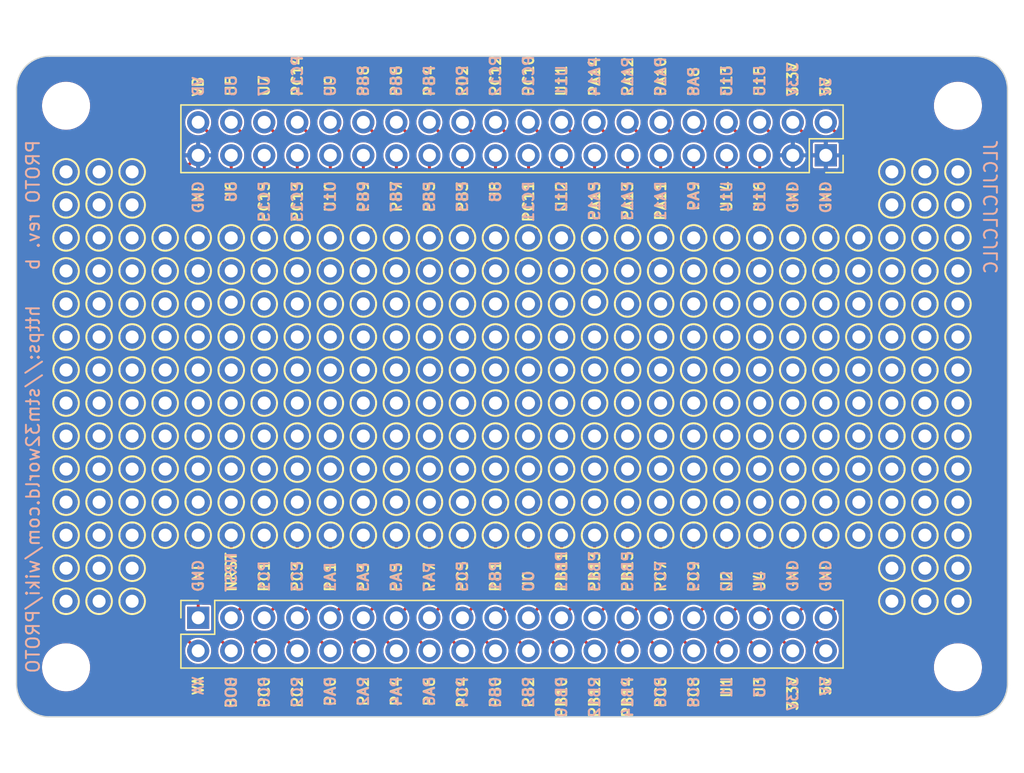
<source format=kicad_pcb>
(kicad_pcb (version 20221018) (generator pcbnew)
  (title_block (title "${TITLE}") (rev "${REVISION}") (company "${COMPANY}") (comment 1 "${URL}") (comment 2 "${AUTHOR}") (comment 3 "${AUTHOR_EMAIL}"))
  (layers (0 "F.Cu" signal) (31 "B.Cu" signal) (34 "B.Paste" user) (35 "F.Paste" user) (36 "B.SilkS" user "B.Silkscreen") (37 "F.SilkS" user "F.Silkscreen") (38 "B.Mask" user) (39 "F.Mask" user) (44 "Edge.Cuts" user))
  (property "AUTHOR" "Lars Boegild Thomsen")
  (property "AUTHOR_EMAIL" "lbthomsen@gmail.com")
  (property "COMPANY" "STM32World")
  (property "REVISION" "b")
  (property "TITLE" "PROTO")
  (property "URL" "https://stm32world.com/wiki/PROTO")
  (net 0 "")
  (net 1 "GND")
  (net 2 "Net-(J1-3.3V)")
  (net 3 "Net-(J1-GND-Pad1)")
  (net 4 "Net-(J1-5V)")
  (net 5 "Net-(J1-VA)")
  (net 6 "Net-(J2-3.3V)")
  (net 7 "Net-(J1-NRST)")
  (net 8 "Net-(J2-5V)")
  (net 9 "Net-(J1-BO0)")
  (net 15 "Net-(J1-PC1)")
  (net 20 "Net-(J1-PC0)")
  (net 21 "Net-(J1-PC3)")
  (net 22 "Net-(J1-PC2)")
  (net 23 "Net-(J1-PA1)")
  (net 24 "Net-(J1-PA0)")
  (net 25 "Net-(J1-PA3)")
  (net 26 "Net-(J1-PA2)")
  (net 27 "Net-(J1-PA5)")
  (net 28 "Net-(J1-PA4)")
  (net 29 "Net-(J1-PA7)")
  (net 30 "Net-(J1-PA6)")
  (net 31 "Net-(J1-PC5)")
  (net 32 "Net-(J1-PC4)")
  (net 33 "Net-(J1-PB1)")
  (net 34 "Net-(J1-PB0)")
  (net 35 "Net-(J1-U0)")
  (net 36 "Net-(J1-PB2)")
  (net 37 "Net-(J1-PB11)")
  (net 38 "Net-(J1-PB10)")
  (net 39 "Net-(J1-PB13)")
  (net 40 "Net-(J1-PB12)")
  (net 41 "Net-(J1-PB15)")
  (net 42 "Net-(J1-PB14)")
  (net 43 "Net-(J1-PC7)")
  (net 44 "Net-(J1-PC6)")
  (net 45 "Net-(J1-PC9)")
  (net 46 "Net-(J1-PC8)")
  (net 47 "Net-(J1-U2)")
  (net 48 "Net-(J1-U1)")
  (net 49 "Net-(J1-U4)")
  (net 50 "Net-(J1-U3)")
  (net 51 "Net-(J1-GND-Pad37)")
  (net 52 "Net-(J1-GND-Pad39)")
  (net 53 "Net-(J2-U16)")
  (net 54 "Net-(J2-U15)")
  (net 55 "Net-(J2-U14)")
  (net 56 "Net-(J2-U13)")
  (net 57 "Net-(J2-PA9)")
  (net 58 "Net-(J2-PA8)")
  (net 59 "Net-(J2-PA11)")
  (net 60 "Net-(J2-PA10)")
  (net 61 "Net-(J2-PA13)")
  (net 62 "Net-(J2-PA12)")
  (net 63 "Net-(J2-PA15)")
  (net 64 "Net-(J2-PA14)")
  (net 65 "Net-(J2-U12)")
  (net 66 "Net-(J2-U11)")
  (net 67 "Net-(J2-PC11)")
  (net 68 "Net-(J2-PC10)")
  (net 69 "Net-(J2-U8)")
  (net 70 "Net-(J2-PC12)")
  (net 71 "Net-(J2-Pad23)")
  (net 72 "Net-(J2-PD2)")
  (net 73 "Net-(J2-PB5)")
  (net 74 "Net-(J2-PB4)")
  (net 75 "Net-(J2-PB7)")
  (net 76 "Net-(J2-PB6)")
  (net 77 "Net-(J2-PB9)")
  (net 78 "Net-(J2-PB8)")
  (net 79 "Net-(J2-U10)")
  (net 80 "Net-(J2-U9)")
  (net 81 "Net-(J2-PC13)")
  (net 82 "Net-(J2-PC14)")
  (net 83 "Net-(J2-PC15)")
  (net 84 "Net-(J2-U7)")
  (net 85 "Net-(J2-U6)")
  (net 86 "Net-(J2-U5)")
  (net 87 "Net-(J2-VB)")
  (footprint "stm32world:PROTO_PAD" (layer "F.Cu") (at 144.78 96.52)
    (fp_text reference "TP187" hide)
    (fp_text value "TestPoint_Small" hide)
  )
  (footprint "stm32world:PROTO_PAD" (layer "F.Cu") (at 137.16 86.36)
    (fp_text reference "TP20" hide)
    (fp_text value "TestPoint_Small" hide)
  )
  (footprint "stm32world:PROTO_PAD" (layer "F.Cu") (at 127 88.9)
    (fp_text reference "TP31" hide)
    (fp_text value "TestPoint_Small" hide)
  )
  (footprint "stm32world:PROTO_PAD" (layer "F.Cu") (at 116.84 81.28)
    (fp_text reference "TP42" hide)
    (fp_text value "TestPoint_Small" hide)
  )
  (footprint "stm32world:PROTO_PAD" (layer "F.Cu") (at 170.18 91.44)
    (fp_text reference "TP257" hide)
    (fp_text value "TestPoint_Small" hide)
  )
  (footprint "stm32world:PROTO_PAD" (layer "F.Cu") (at 180.34 83.82)
    (fp_text reference "TP90" hide)
    (fp_text value "TestPoint_Small" hide)
  )
  (footprint "stm32world:PROTO_PAD" (layer "F.Cu") (at 127 83.82)
    (fp_text reference "TP39" hide)
    (fp_text value "TestPoint_Small" hide)
  )
  (footprint "stm32world:PROTO_PAD" (layer "F.Cu") (at 144.78 104.14)
    (fp_text reference "TP241" hide)
    (fp_text value "TestPoint_Small" hide)
  )
  (footprint "stm32world:PROTO_PAD" (layer "F.Cu") (at 119.38 88.9)
    (fp_text reference "TP36" hide)
    (fp_text value "TestPoint_Small" hide)
  )
  (footprint "stm32world:PROTO_PAD" (layer "F.Cu") (at 134.62 101.6)
    (fp_text reference "TP166" hide)
    (fp_text value "TestPoint_Small" hide)
  )
  (footprint "stm32world:PROTO_PAD" (layer "F.Cu") (at 167.64 101.6)
    (fp_text reference "TP263" hide)
    (fp_text value "TestPoint_Small" hide)
  )
  (footprint "stm32world:PROTO_PAD" (layer "F.Cu") (at 147.32 104.14)
    (fp_text reference "TP245" hide)
    (fp_text value "TestPoint_Small" hide)
  )
  (footprint "stm32world:PROTO_PAD" (layer "F.Cu") (at 165.1 86.36)
    (fp_text reference "TP48" hide)
    (fp_text value "TestPoint_Small" hide)
  )
  (footprint "stm32world:PROTO_PAD" (layer "F.Cu") (at 142.24 83.82)
    (fp_text reference "TP47" hide)
    (fp_text value "TestPoint_Small" hide)
  )
  (footprint "stm32world:PROTO_PAD" (layer "F.Cu") (at 124.46 86.36)
    (fp_text reference "TP32" hide)
    (fp_text value "TestPoint_Small" hide)
  )
  (footprint "stm32world:PROTO_PAD" (layer "F.Cu") (at 167.64 83.82)
    (fp_text reference "TP93" hide)
    (fp_text value "TestPoint_Small" hide)
  )
  (footprint "stm32world:PROTO_PAD" (layer "F.Cu") (at 175.26 88.9)
    (fp_text reference "TP96" hide)
    (fp_text value "TestPoint_Small" hide)
  )
  (footprint "stm32world:PROTO_PAD" (layer "F.Cu") (at 177.8 99.06)
    (fp_text reference "TP266" hide)
    (fp_text value "TestPoint_Small" hide)
  )
  (footprint "stm32world:PROTO_PAD" (layer "F.Cu") (at 114.3 83.82)
    (fp_text reference "TP2" hide)
    (fp_text value "TestPoint_Small" hide)
  )
  (footprint "stm32world:PROTO_PAD" (layer "F.Cu") (at 116.84 91.44)
    (fp_text reference "TP115" hide)
    (fp_text value "TestPoint_Small" hide)
  )
  (footprint "stm32world:PROTO_PAD" (layer "F.Cu") (at 167.64 86.36)
    (fp_text reference "TP95" hide)
    (fp_text value "TestPoint_Small" hide)
  )
  (footprint "stm32world:PROTO_PAD" (layer "F.Cu") (at 152.4 88.76)
    (fp_text reference "TP68" hide)
    (fp_text value "TestPoint_Small" hide)
  )
  (footprint "stm32world:PROTO_PAD" (layer "F.Cu") (at 121.92 86.36)
    (fp_text reference "TP35" hide)
    (fp_text value "TestPoint_Small" hide)
  )
  (footprint "stm32world:PROTO_PAD" (layer "F.Cu") (at 139.7 101.6)
    (fp_text reference "TP133" hide)
    (fp_text value "TestPoint_Small" hide)
  )
  (footprint "stm32world:PROTO_PAD" (layer "F.Cu") (at 129.54 96.52)
    (fp_text reference "TP131" hide)
    (fp_text value "TestPoint_Small" hide)
  )
  (footprint "stm32world:PROTO_PAD" (layer "F.Cu") (at 154.94 91.44)
    (fp_text reference "TP250" hide)
    (fp_text value "TestPoint_Small" hide)
  )
  (footprint "stm32world:PROTO_PAD" (layer "F.Cu") (at 137.16 101.6)
    (fp_text reference "TP130" hide)
    (fp_text value "TestPoint_Small" hide)
  )
  (footprint "stm32world:PROTO_PAD" (layer "F.Cu") (at 129.54 83.82)
    (fp_text reference "TP40" hide)
    (fp_text value "TestPoint_Small" hide)
  )
  (footprint "stm32world:PROTO_PAD" (layer "F.Cu") (at 149.86 104.14)
    (fp_text reference "TP256" hide)
    (fp_text value "TestPoint_Small" hide)
  )
  (footprint "stm32world:PROTO_PAD" (layer "F.Cu") (at 152.4 86.36)
    (fp_text reference "TP72" hide)
    (fp_text value "TestPoint_Small" hide)
  )
  (footprint "stm32world:PROTO_PAD" (layer "F.Cu") (at 162.56 104.14)
    (fp_text reference "TP238" hide)
    (fp_text value "TestPoint_Small" hide)
  )
  (footprint "stm32world:PROTO_PAD" (layer "F.Cu") (at 116.84 104.14)
    (fp_text reference "TP127" hide)
    (fp_text value "TestPoint_Small" hide)
  )
  (footprint "stm32world:PROTO_PAD" (layer "F.Cu") (at 172.72 91.44)
    (fp_text reference "TP258" hide)
    (fp_text value "TestPoint_Small" hide)
  )
  (footprint "stm32world:PROTO_PAD" (layer "F.Cu") (at 116.84 96.52)
    (fp_text reference "TP129" hide)
    (fp_text value "TestPoint_Small" hide)
  )
  (footprint "stm32world:PROTO_PAD" (layer "F.Cu") (at 160.02 83.82)
    (fp_text reference "TP63" hide)
    (fp_text value "TestPoint_Small" hide)
  )
  (footprint "stm32world:PROTO_PAD" (layer "F.Cu") (at 165.1 99.06)
    (fp_text reference "TP215" hide)
    (fp_text value "TestPoint_Small" hide)
  )
  (footprint "stm32world:PROTO_PAD" (layer "F.Cu") (at 114.3 109.22)
    (fp_text reference "TP109" hide)
    (fp_text value "TestPoint_Small" hide)
  )
  (footprint "stm32world:PROTO_PAD" (layer "F.Cu") (at 149.86 101.6)
    (fp_text reference "TP216" hide)
    (fp_text value "TestPoint_Small" hide)
  )
  (footprint "stm32world:PROTO_PAD" (layer "F.Cu") (at 172.72 106.68)
    (fp_text reference "TP262" hide)
    (fp_text value "TestPoint_Small" hide)
  )
  (footprint "stm32world:PROTO_PAD" (layer "F.Cu") (at 167.64 88.9)
    (fp_text reference "TP91" hide)
    (fp_text value "TestPoint_Small" hide)
  )
  (footprint "stm32world:PROTO_PAD" (layer "F.Cu") (at 111.76 93.98)
    (fp_text reference "TP105" hide)
    (fp_text value "TestPoint_Small" hide)
  )
  (footprint "stm32world:PROTO_PAD" (layer "F.Cu") (at 124.46 101.6)
    (fp_text reference "TP117" hide)
    (fp_text value "TestPoint_Small" hide)
  )
  (footprint "stm32world:PROTO_PAD" (layer "F.Cu") (at 175.26 86.36)
    (fp_text reference "TP89" hide)
    (fp_text value "TestPoint_Small" hide)
  )
  (footprint "stm32world:PROTO_PAD" (layer "F.Cu") (at 157.48 86.36)
    (fp_text reference "TP61" hide)
    (fp_text value "TestPoint_Small" hide)
  )
  (footprint "stm32world:PROTO_PAD" (layer "F.Cu") (at 129.54 101.6)
    (fp_text reference "TP143" hide)
    (fp_text value "TestPoint_Small" hide)
  )
  (footprint "stm32world:PROTO_PAD" (layer "F.Cu") (at 175.26 78.74)
    (fp_text reference "TP94" hide)
    (fp_text value "TestPoint_Small" hide)
  )
  (footprint "stm32world:PROTO_PAD" (layer "F.Cu") (at 167.64 104.14)
    (fp_text reference "TP264" hide)
    (fp_text value "TestPoint_Small" hide)
  )
  (footprint "stm32world:PROTO_PAD" (layer "F.Cu") (at 111.76 96.52)
    (fp_text reference "TP97" hide)
    (fp_text value "TestPoint_Small" hide)
  )
  (footprint "stm32world:PROTO_PAD" (layer "F.Cu") (at 129.54 91.44)
    (fp_text reference "TP118" hide)
    (fp_text value "TestPoint_Small" hide)
  )
  (footprint "stm32world:PROTO_PAD" (layer "F.Cu") (at 137.16 93.98)
    (fp_text reference "TP119" hide)
    (fp_text value "TestPoint_Small" hide)
  )
  (footprint "stm32world:PROTO_PAD" (layer "F.Cu") (at 124.46 91.44)
    (fp_text reference "TP120" hide)
    (fp_text value "TestPoint_Small" hide)
  )
  (footprint "stm32world:PROTO_PAD" (layer "F.Cu") (at 144.78 91.44)
    (fp_text reference "TP219" hide)
    (fp_text value "TestPoint_Small" hide)
  )
  (footprint "stm32world:PROTO_PAD" (layer "F.Cu") (at 175.26 101.6)
    (fp_text reference "TP269" hide)
    (fp_text value "TestPoint_Small" hide)
  )
  (footprint "stm32world:PROTO_PAD" (layer "F.Cu") (at 170.18 106.68)
    (fp_text reference "TP273" hide)
    (fp_text value "TestPoint_Small" hide)
  )
  (footprint "stm32world:PROTO_PAD" (layer "F.Cu") (at 132.08 99.06)
    (fp_text reference "TP146" hide)
    (fp_text value "TestPoint_Small" hide)
  )
  (footprint "stm32world:PROTO_PAD" (layer "F.Cu") (at 114.3 93.98)
    (fp_text reference "TP106" hide)
    (fp_text value "TestPoint_Small" hide)
  )
  (footprint "stm32world:PROTO_PAD" (layer "F.Cu") (at 137.16 104.14)
    (fp_text reference "TP167" hide)
    (fp_text value "TestPoint_Small" hide)
  )
  (footprint "stm32world:PROTO_PAD" (layer "F.Cu") (at 162.56 101.6)
    (fp_text reference "TP222" hide)
    (fp_text value "TestPoint_Small" hide)
  )
  (footprint "stm32world:PROTO_PAD" (layer "F.Cu") (at 116.84 109.22)
    (fp_text reference "TP171" hide)
    (fp_text value "TestPoint_Small" hide)
  )
  (footprint "stm32world:PROTO_PAD" (layer "F.Cu") (at 132.08 83.82)
    (fp_text reference "TP12" hide)
    (fp_text value "TestPoint_Small" hide)
  )
  (footprint "stm32world:PROTO_PAD" (layer "F.Cu") (at 139.7 86.36)
    (fp_text reference "TP21" hide)
    (fp_text value "TestPoint_Small" hide)
  )
  (footprint "stm32world:PROTO_PAD" (layer "F.Cu") (at 119.38 104.14)
    (fp_text reference "TP177" hide)
    (fp_text value "TestPoint_Small" hide)
  )
  (footprint "stm32world:PROTO_PAD" (layer "F.Cu") (at 124.46 104.14)
    (fp_text reference "TP180" hide)
    (fp_text value "TestPoint_Small" hide)
  )
  (footprint "stm32world:PROTO_PAD" (layer "F.Cu") (at 180.34 96.52)
    (fp_text reference "TP270" hide)
    (fp_text value "TestPoint_Small" hide)
  )
  (footprint "stm32world:PROTO_PAD" (layer "F.Cu") (at 134.62 88.9)
    (fp_text reference "TP24" hide)
    (fp_text value "TestPoint_Small" hide)
  )
  (footprint "stm32world:PROTO_PAD" (layer "F.Cu") (at 157.48 104.14)
    (fp_text reference "TP223" hide)
    (fp_text value "TestPoint_Small" hide)
  )
  (footprint "stm32world:PROTO_PAD" (layer "F.Cu") (at 114.3 96.52)
    (fp_text reference "TP101" hide)
    (fp_text value "TestPoint_Small" hide)
  )
  (footprint "stm32world:PROTO_PAD" (layer "F.Cu") (at 132.08 93.98)
    (fp_text reference "TP186" hide)
    (fp_text value "TestPoint_Small" hide)
  )
  (footprint "stm32world:PROTO_PAD" (layer "F.Cu") (at 137.16 96.52)
    (fp_text reference "TP175" hide)
    (fp_text value "TestPoint_Small" hide)
  )
  (footprint "stm32world:PROTO_PAD" (layer "F.Cu") (at 111.76 78.74)
    (fp_text reference "TP6" hide)
    (fp_text value "TestPoint_Small" hide)
  )
  (footprint "stm32world:PROTO_PAD" (layer "F.Cu") (at 165.1 101.6)
    (fp_text reference "TP227" hide)
    (fp_text value "TestPoint_Small" hide)
  )
  (footprint "stm32world:PROTO_PAD" (layer "F.Cu") (at 175.26 99.06)
    (fp_text reference "TP265" hide)
    (fp_text value "TestPoint_Small" hide)
  )
  (footprint "stm32world:PROTO_PAD" (layer "F.Cu") (at 124.46 96.52)
    (fp_text reference "TP150" hide)
    (fp_text value "TestPoint_Small" hide)
  )
  (footprint "stm32world:PROTO_PAD" (layer "F.Cu") (at 121.92 93.98)
    (fp_text reference "TP153" hide)
    (fp_text value "TestPoint_Small" hide)
  )
  (footprint "stm32world:PROTO_PAD" (layer "F.Cu") (at 175.26 109.22)
    (fp_text reference "TP261" hide)
    (fp_text value "TestPoint_Small" hide)
  )
  (footprint "stm32world:PROTO_PAD" (layer "F.Cu") (at 132.08 106.68)
    (fp_text reference "TP145" hide)
    (fp_text value "TestPoint_Small" hide)
  )
  (footprint "stm32world:PROTO_PAD" (layer "F.Cu") (at 165.1 96.52)
    (fp_text reference "TP234" hide)
    (fp_text value "TestPoint_Small" hide)
  )
  (footprint "stm32world:PROTO_PAD" (layer "F.Cu") (at 142.24 93.98)
    (fp_text reference "TP235" hide)
    (fp_text value "TestPoint_Small" hide)
  )
  (footprint "stm32world:PROTO_PAD" (layer "F.Cu") (at 172.72 93.98)
    (fp_text reference "TP259" hide)
    (fp_text value "TestPoint_Small" hide)
  )
  (footprint "stm32world:PROTO_PAD" (layer "F.Cu") (at 121.92 91.44)
    (fp_text reference "TP159" hide)
    (fp_text value "TestPoint_Small" hide)
  )
  (footprint "stm32world:PROTO_PAD" (layer "F.Cu") (at 127 96.52)
    (fp_text reference "TP160" hide)
    (fp_text value "TestPoint_Small" hide)
  )
  (footprint "stm32world:PROTO_PAD" (layer "F.Cu") (at 152.4 104.14)
    (fp_text reference "TP236" hide)
    (fp_text value "TestPoint_Small" hide)
  )
  (footprint "stm32world:PROTO_PAD" (layer "F.Cu") (at 139.7 96.52)
    (fp_text reference "TP161" hide)
    (fp_text value "TestPoint_Small" hide)
  )
  (footprint "stm32world:PROTO_PAD" (layer "F.Cu") (at 157.48 88.9)
    (fp_text reference "TP46" hide)
    (fp_text value "TestPoint_Small" hide)
  )
  (footprint "stm32world:PROTO_PAD" (layer "F.Cu") (at 152.4 101.6)
    (fp_text reference "TP237" hide)
    (fp_text value "TestPoint_Small" hide)
  )
  (footprint "stm32world:PROTO_PAD" (layer "F.Cu") (at 180.34 111.76)
    (fp_text reference "TP290" hide)
    (fp_text value "TestPoint_Small" hide)
  )
  (footprint "stm32world:PROTO_PAD" (layer "F.Cu") (at 116.84 111.76)
    (fp_text reference "TP165" hide)
    (fp_text value "TestPoint_Small" hide)
  )
  (footprint "stm32world:PROTO_PAD" (layer "F.Cu") (at 129.54 86.36)
    (fp_text reference "TP30" hide)
    (fp_text value "TestPoint_Small" hide)
  )
  (footprint "stm32world:PROTO_PAD" (layer "F.Cu") (at 121.92 88.9)
    (fp_text reference "TP29" hide)
    (fp_text value "TestPoint_Small" hide)
  )
  (footprint "stm32world:PROTO_PAD" (layer "F.Cu") (at 180.34 99.06)
    (fp_text reference "TP304" hide)
    (fp_text value "TestPoint_Small" hide)
  )
  (footprint "stm32world:PROTO_PAD" (layer "F.Cu") (at 172.72 86.36)
    (fp_text reference "TP73" hide)
    (fp_text value "TestPoint_Small" hide)
  )
  (footprint "stm32world:PROTO_PAD" (layer "F.Cu") (at 177.8 91.44)
    (fp_text reference "TP303" hide)
    (fp_text value "TestPoint_Small" hide)
  )
  (footprint "stm32world:PROTO_PAD" (layer "F.Cu") (at 175.26 111.76)
    (fp_text reference "TP302" hide)
    (fp_text value "TestPoint_Small" hide)
  )
  (footprint "stm32world:PROTO_PAD" (layer "F.Cu") (at 172.72 104.14)
    (fp_text reference "TP301" hide)
    (fp_text value "TestPoint_Small" hide)
  )
  (footprint "stm32world:PROTO_PAD" (layer "F.Cu") (at 127 86.36)
    (fp_text reference "TP28" hide)
    (fp_text value "TestPoint_Small" hide)
  )
  (footprint "stm32world:PROTO_PAD" (layer "F.Cu") (at 144.78 106.68)
    (fp_text reference "TP233" hide)
    (fp_text value "TestPoint_Small" hide)
  )
  (footprint "stm32world:PROTO_PAD" (layer "F.Cu") (at 147.32 86.36)
    (fp_text reference "TP54" hide)
    (fp_text value "TestPoint_Small" hide)
  )
  (footprint "stm32world:PROTO_PAD" (layer "F.Cu") (at 180.34 88.9)
    (fp_text reference "TP75" hide)
    (fp_text value "TestPoint_Small" hide)
  )
  (footprint "stm32world:PROTO_PAD" (layer "F.Cu") (at 177.8 78.74)
    (fp_text reference "TP76" hide)
    (fp_text value "TestPoint_Small" hide)
  )
  (footprint "stm32world:PROTO_PAD" (layer "F.Cu") (at 132.08 86.36)
    (fp_text reference "TP26" hide)
    (fp_text value "TestPoint_Small" hide)
  )
  (footprint "stm32world:PROTO_PAD" (layer "F.Cu") (at 180.34 86.36)
    (fp_text reference "TP79" hide)
    (fp_text value "TestPoint_Small" hide)
  )
  (footprint "stm32world:PROTO_PAD" (layer "F.Cu") (at 124.46 99.06)
    (fp_text reference "TP155" hide)
    (fp_text value "TestPoint_Small" hide)
  )
  (footprint "stm32world:PROTO_PAD" (layer "F.Cu") (at 144.78 86.36)
    (fp_text reference "TP56" hide)
    (fp_text value "TestPoint_Small" hide)
  )
  (footprint "stm32world:PROTO_PAD" (layer "F.Cu") (at 177.8 83.82)
    (fp_text reference "TP81" hide)
    (fp_text value "TestPoint_Small" hide)
  )
  (footprint "stm32world:PROTO_PAD" (layer "F.Cu") (at 160.02 96.52)
    (fp_text reference "TP232" hide)
    (fp_text value "TestPoint_Small" hide)
  )
  (footprint "stm32world:PROTO_PAD" (layer "F.Cu") (at 149.86 99.06)
    (fp_text reference "TP231" hide)
    (fp_text value "TestPoint_Small" hide)
  )
  (footprint "stm32world:PROTO_PAD" (layer "F.Cu") (at 149.86 83.82)
    (fp_text reference "TP55" hide)
    (fp_text value "TestPoint_Small" hide)
  )
  (footprint "stm32world:PROTO_PAD" (layer "F.Cu") (at 144.78 99.06)
    (fp_text reference "TP230" hide)
    (fp_text value "TestPoint_Small" hide)
  )
  (footprint "stm32world:PROTO_PAD" (layer "F.Cu") (at 165.1 91.44)
    (fp_text reference "TP229" hide)
    (fp_text value "TestPoint_Small" hide)
  )
  (footprint "stm32world:PROTO_PAD" (layer "F.Cu") (at 149.86 91.44)
    (fp_text reference "TP228" hide)
    (fp_text value "TestPoint_Small" hide)
  )
  (footprint "stm32world:PROTO_PAD" (layer "F.Cu") (at 124.46 93.98)
    (fp_text reference "TP147" hide)
    (fp_text value "TestPoint_Small" hide)
  )
  (footprint "stm32world:PROTO_PAD" (layer "F.Cu") (at 170.18 104.14)
    (fp_text reference "TP299" hide)
    (fp_text value "TestPoint_Small" hide)
  )
  (footprint "stm32world:PROTO_PAD" (layer "F.Cu") (at 160.02 101.6)
    (fp_text reference "TP214" hide)
    (fp_text value "TestPoint_Small" hide)
  )
  (footprint "stm32world:PROTO_PAD" (layer "F.Cu") (at 114.3 106.68)
    (fp_text reference "TP102" hide)
    (fp_text value "TestPoint_Small" hide)
  )
  (footprint "stm32world:PROTO_PAD" (layer "F.Cu") (at 177.8 81.28)
    (fp_text reference "TP82" hide)
    (fp_text value "TestPoint_Small" hide)
  )
  (footprint "stm32world:PROTO_PAD" (layer "F.Cu") (at 114.3 99.06)
    (fp_text reference "TP100" hide)
    (fp_text value "TestPoint_Small" hide)
  )
  (footprint "stm32world:PROTO_PAD" (layer "F.Cu") (at 114.3 88.9)
    (fp_text reference "TP1" hide)
    (fp_text value "TestPoint_Small" hide)
  )
  (footprint "stm32world:PROTO_PAD" (layer "F.Cu") (at 142.24 88.9)
    (fp_text reference "TP51" hide)
    (fp_text value "TestPoint_Small" hide)
  )
  (footprint "stm32world:PROTO_PAD" (layer "F.Cu") (at 142.24 104.14)
    (fp_text reference "TP225" hide)
    (fp_text value "TestPoint_Small" hide)
  )
  (footprint "stm32world:PROTO_PAD" (layer "F.Cu") (at 157.48 99.06)
    (fp_text reference "TP224" hide)
    (fp_text value "TestPoint_Small" hide)
  )
  (footprint "stm32world:PROTO_PAD" (layer "F.Cu") (at 175.26 96.52)
    (fp_text reference "TP297" hide)
    (fp_text value "TestPoint_Small" hide)
  )
  (footprint "stm32world:PROTO_PAD" (layer "F.Cu") (at 180.34 101.6)
    (fp_text reference "TP296" hide)
    (fp_text value "TestPoint_Small" hide)
  )
  (footprint "stm32world:PROTO_PAD" (layer "F.Cu") (at 154.94 83.82)
    (fp_text reference "TP49" hide)
    (fp_text value "TestPoint_Small" hide)
  )
  (footprint "stm32world:PROTO_PAD" (layer "F.Cu") (at 170.18 93.98)
    (fp_text reference "TP295" hide)
    (fp_text value "TestPoint_Small" hide)
  )
  (footprint "stm32world:PROTO_PAD" (layer "F.Cu") (at 119.38 83.82)
    (fp_text reference "TP23" hide)
    (fp_text value "TestPoint_Small" hide)
  )
  (footprint "stm32world:PROTO_PAD" (layer "F.Cu") (at 175.26 104.14)
    (fp_text reference "TP294" hide)
    (fp_text value "TestPoint_Small" hide)
  )
  (footprint "stm32world:PROTO_PAD" (layer "F.Cu") (at 157.48 91.44)
    (fp_text reference "TP221" hide)
    (fp_text value "TestPoint_Small" hide)
  )
  (footprint "stm32world:PROTO_PAD" (layer "F.Cu") (at 172.72 101.6)
    (fp_text reference "TP293" hide)
    (fp_text value "TestPoint_Small" hide)
  )
  (footprint "stm32world:PROTO_PAD" (layer "F.Cu") (at 165.1 93.98)
    (fp_text reference "TP220" hide)
    (fp_text value "TestPoint_Small" hide)
  )
  (footprint "stm32world:STM32WORLD_BOARD" (layer "F.Cu") (at 146.05 95.25)
    (fp_text reference "J3" hide)
    (fp_text value "STM32WORLD_BOARD")
  )
  (footprint "stm32world:PROTO_PAD" (layer "F.Cu") (at 167.64 96.52)
    (fp_text reference "TP274" hide)
    (fp_text value "TestPoint_Small" hide)
  )
  (footprint "stm32world:PROTO_PAD" (layer "F.Cu") (at 180.34 104.14)
    (fp_text reference "TP289" hide)
    (fp_text value "TestPoint_Small" hide)
  )
  (footprint "stm32world:PROTO_PAD" (layer "F.Cu") (at 175.26 93.98)
    (fp_text reference "TP288" hide)
    (fp_text value "TestPoint_Small" hide)
  )
  (footprint "stm32world:PROTO_PAD" (layer "F.Cu") (at 111.76 109.22)
    (fp_text reference "TP108" hide)
    (fp_text value "TestPoint_Small" hide)
  )
  (footprint "stm32world:PROTO_PAD" (layer "F.Cu") (at 149.86 96.52)
    (fp_text reference "TP218" hide)
    (fp_text value "TestPoint_Small" hide)
  )
  (footprint "stm32world:PROTO_PAD" (layer "F.Cu") (at 144.78 101.6)
    (fp_text reference "TP217" hide)
    (fp_text value "TestPoint_Small" hide)
  )
  (footprint "stm32world:PROTO_PAD" (layer "F.Cu") (at 162.56 83.82)
    (fp_text reference "TP44" hide)
    (fp_text value "TestPoint_Small" hide)
  )
  (footprint "stm32world:PROTO_PAD" (layer "F.Cu") (at 134.62 96.52)
    (fp_text reference "TP170" hide)
    (fp_text value "TestPoint_Small" hide)
  )
  (footprint "stm32world:PROTO_PAD" (layer "F.Cu") (at 114.3 86.36)
    (fp_text reference "TP4" hide)
    (fp_text value "TestPoint_Small" hide)
  )
  (footprint "stm32world:PROTO_PAD" (layer "F.Cu") (at 177.8 104.14)
    (fp_text reference "TP287" hide)
    (fp_text value "TestPoint_Small" hide)
  )
  (footprint "stm32world:PROTO_PAD" (layer "F.Cu") (at 172.72 96.52)
    (fp_text reference "TP286" hide)
    (fp_text value "TestPoint_Small" hide)
  )
  (footprint "stm32world:PROTO_PAD" (layer "F.Cu") (at 172.72 88.9)
    (fp_text reference "TP87" hide)
    (fp_text value "TestPoint_Small" hide)
  )
  (footprint "stm32world:PROTO_PAD" (layer "F.Cu") (at 167.64 93.98)
    (fp_text reference "TP285" hide)
    (fp_text value "TestPoint_Small" hide)
  )
  (footprint "stm32world:PROTO_PAD" (layer "F.Cu") (at 116.84 86.36)
    (fp_text reference "TP17" hide)
    (fp_text value "TestPoint_Small" hide)
  )
  (footprint "stm32world:PROTO_PAD" (layer "F.Cu") (at 149.86 93.98)
    (fp_text reference "TP253" hide)
    (fp_text value "TestPoint_Small" hide)
  )
  (footprint "stm32world:PROTO_PAD" (layer "F.Cu") (at 129.54 93.98)
    (fp_text reference "TP125" hide)
    (fp_text value "TestPoint_Small" hide)
  )
  (footprint "stm32world:PROTO_PAD" (layer "F.Cu") (at 157.48 106.68)
    (fp_text reference "TP254" hide)
    (fp_text value "TestPoint_Small" hide)
  )
  (footprint "stm32world:PROTO_PAD" (layer "F.Cu") (at 180.34 93.98)
    (fp_text reference "TP282" hide)
    (fp_text value "TestPoint_Small" hide)
  )
  (footprint "stm32world:PROTO_PAD" (layer "F.Cu") (at 160.02 93.98)
    (fp_text reference "TP255" hide)
    (fp_text value "TestPoint_Small" hide)
  )
  (footprint "stm32world:PROTO_PAD" (layer "F.Cu") (at 121.92 99.06)
    (fp_text reference "TP122" hide)
    (fp_text value "TestPoint_Small" hide)
  )
  (footprint "stm32world:PROTO_PAD" (layer "F.Cu") (at 114.3 101.6)
    (fp_text reference "TP111" hide)
    (fp_text value "TestPoint_Small" hide)
  )
  (footprint "stm32world:PROTO_PAD" (layer "F.Cu") (at 134.62 99.06)
    (fp_text reference "TP121" hide)
    (fp_text value "TestPoint_Small" hide)
  )
  (footprint "stm32world:PROTO_PAD" (layer "F.Cu") (at 116.84 83.82)
    (fp_text reference "TP16" hide)
    (fp_text value "TestPoint_Small" hide)
  )
  (footprint "stm32world:PROTO_PAD" (layer "F.Cu") (at 147.32 96.52)
    (fp_text reference "TP252" hide)
    (fp_text value "TestPoint_Small" hide)
  )
  (footprint "stm32world:PROTO_PAD" (layer "F.Cu") (at 154.94 88.9)
    (fp_text reference "TP67" hide)
    (fp_text value "TestPoint_Small" hide)
  )
  (footprint "stm32world:PROTO_PAD" (layer "F.Cu") (at 137.16 83.82)
    (fp_text reference "TP14" hide)
    (fp_text value "TestPoint_Small" hide)
  )
  (footprint "stm32world:PROTO_PAD" (layer "F.Cu") (at 162.56 86.36)
    (fp_text reference "TP66" hide)
    (fp_text value "TestPoint_Small" hide)
  )
  (footprint "stm32world:PROTO_PAD" (layer "F.Cu") (at 157.48 101.6)
    (fp_text reference "TP251" hide)
    (fp_text value "TestPoint_Small" hide)
  )
  (footprint "stm32world:PROTO_PAD" (layer "F.Cu") (at 154.94 86.36)
    (fp_text reference "TP65" hide)
    (fp_text value "TestPoint_Small" hide)
  )
  (footprint "stm32world:PROTO_PAD" (layer "F.Cu") (at 116.84 106.68)
    (fp_text reference "TP136" hide)
    (fp_text value "TestPoint_Small" hide)
  )
  (footprint "stm32world:PROTO_PAD" (layer "F.Cu") (at 177.8 109.22)
    (fp_text reference "TP281" hide)
    (fp_text value "TestPoint_Small" hide)
  )
  (footprint "stm32world:PROTO_PAD" (layer "F.Cu") (at 157.48 93.98)
    (fp_text reference "TP249" hide)
    (fp_text value "TestPoint_Small" hide)
  )
  (footprint "stm32world:PROTO_PAD" (layer "F.Cu") (at 154.94 96.52)
    (fp_text reference "TP248" hide)
    (fp_text value "TestPoint_Small" hide)
  )
  (footprint "stm32world:PROTO_PAD" (layer "F.Cu") (at 111.76 104.14)
    (fp_text reference "TP110" hide)
    (fp_text value "TestPoint_Small" hide)
  )
  (footprint "stm32world:PROTO_PAD" (layer "F.Cu") (at 170.18 83.82)
    (fp_text reference "TP83" hide)
    (fp_text value "TestPoint_Small" hide)
  )
  (footprint "stm32world:PROTO_PAD" (layer "F.Cu") (at 111.76 106.68)
    (fp_text reference "TP99" hide)
    (fp_text value "TestPoint_Small" hide)
  )
  (footprint "stm32world:PROTO_PAD" (layer "F.Cu") (at 144.78 88.9)
    (fp_text reference "TP60" hide)
    (fp_text value "TestPoint_Small" hide)
  )
  (footprint "stm32world:PROTO_PAD" (layer "F.Cu") (at 139.7 88.9)
    (fp_text reference "TP13" hide)
    (fp_text value "TestPoint_Small" hide)
  )
  (footprint "stm32world:PROTO_PAD" (layer "F.Cu") (at 147.32 101.6)
    (fp_text reference "TP247" hide)
    (fp_text value "TestPoint_Small" hide)
  )
  (footprint "stm32world:PROTO_PAD" (layer "F.Cu") (at 137.16 99.06)
    (fp_text reference "TP140" hide)
    (fp_text value "TestPoint_Small" hide)
  )
  (footprint "stm32world:PROTO_PAD" (layer "F.Cu") (at 160.02 104.14)
    (fp_text reference "TP246" hide)
    (fp_text value "TestPoint_Small" hide)
  )
  (footprint "stm32world:PROTO_PAD" (layer "F.Cu") (at 177.8 88.9)
    (fp_text reference "TP78" hide)
    (fp_text value "TestPoint_Small" hide)
  )
  (footprint "stm32world:PROTO_PAD" (layer "F.Cu") (at 121.92 106.68)
    (fp_text reference "TP139" hide)
    (fp_text value "TestPoint_Small" hide)
  )
  (footprint "stm32world:PROTO_PAD" (layer "F.Cu") (at 127 91.44)
    (fp_text reference "TP138" hide)
    (fp_text value "TestPoint_Small" hide)
  )
  (footprint "stm32world:PROTO_PAD" (layer "F.Cu") (at 119.38 106.68)
    (fp_text reference "TP137" hide)
    (fp_text value "TestPoint_Small" hide)
  )
  (footprint "stm32world:PROTO_PAD" (layer "F.Cu") (at 167.64 106.68)
    (fp_text reference "TP279" hide)
    (fp_text value "TestPoint_Small" hide)
  )
  (footprint "stm32world:PROTO_PAD" (layer "F.Cu") (at 139.7 83.82)
    (fp_text reference "TP11" hide)
    (fp_text value "TestPoint_Small" hide)
  )
  (footprint "stm32world:PROTO_PAD" (layer "F.Cu") (at 129.54 99.06)
    (fp_text reference "TP135" hide)
    (fp_text value "TestPoint_Small" hide)
  )
  (footprint "stm32world:PROTO_PAD" (layer "F.Cu") (at 160.02 99.06)
    (fp_text reference "TP244" hide)
    (fp_text value "TestPoint_Small" hide)
  )
  (footprint "stm32world:PROTO_PAD" (layer "F.Cu") (at 172.72 83.82)
    (fp_text reference "TP77" hide)
    (fp_text value "TestPoint_Small" hide)
  )
  (footprint "stm32world:PROTO_PAD" (layer "F.Cu") (at 177.8 106.68)
    (fp_text reference "TP277" hide)
    (fp_text value "TestPoint_Small" hide)
  )
  (footprint "stm32world:PROTO_PAD" (layer "F.Cu") (at 127 101.6)
    (fp_text reference "TP132" hide)
    (fp_text value "TestPoint_Small" hide)
  )
  (footprint "stm32world:PROTO_PAD" (layer "F.Cu") (at 111.76 111.76)
    (fp_text reference "TP114" hide)
    (fp_text value "TestPoint_Small" hide)
  )
  (footprint "stm32world:PROTO_PAD" (layer "F.Cu") (at 152.4 96.52)
    (fp_text reference "TP243" hide)
    (fp_text value "TestPoint_Small" hide)
  )
  (footprint "stm32world:PROTO_PAD" (layer "F.Cu") (at 114.3 104.14)
    (fp_text reference "TP113" hide)
    (fp_text value "TestPoint_Small" hide)
  )
  (footprint "stm32world:PROTO_PAD" (layer "F.Cu") (at 160.02 88.9)
    (fp_text reference "TP59" hide)
    (fp_text value "TestPoint_Small" hide)
  )
  (footprint "stm32world:PROTO_PAD" (layer "F.Cu") (at 165.1 88.9)
    (fp_text reference "TP62" hide)
    (fp_text value "TestPoint_Small" hide)
  )
  (footprint "stm32world:PROTO_PAD" (layer "F.Cu") (at 124.46 83.82)
    (fp_text reference "TP18" hide)
    (fp_text value "TestPoint_Small" hide)
  )
  (footprint "stm32world:PROTO_PAD" (layer "F.Cu") (at 154.94 99.06)
    (fp_text reference "TP242" hide)
    (fp_text value "TestPoint_Small" hide)
  )
  (footprint "stm32world:PROTO_PAD" (layer "F.Cu") (at 114.3 78.74)
    (fp_text reference "TP10" hide)
    (fp_text value "TestPoint_Small" hide)
  )
  (footprint "stm32world:PROTO_PAD" (layer "F.Cu") (at 142.24 86.36)
    (fp_text reference "TP45" hide)
    (fp_text value "TestPoint_Small" hide)
  )
  (footprint "stm32world:PROTO_PAD" (layer "F.Cu") (at 129.54 88.9)
    (fp_text reference "TP19" hide)
    (fp_text value "TestPoint_Small" hide)
  )
  (footprint "stm32world:PROTO_PAD" (layer "F.Cu") (at 167.64 99.06)
    (fp_text reference "TP276" hide)
    (fp_text value "TestPoint_Small" hide)
  )
  (footprint "stm32world:PROTO_PAD" (layer "F.Cu") (at 121.92 83.82)
    (fp_text reference "TP41" hide)
    (fp_text value "TestPoint_Small" hide)
  )
  (footprint "stm32world:PROTO_PAD" (layer "F.Cu") (at 142.24 99.06)
    (fp_text reference "TP240" hide)
    (fp_text value "TestPoint_Small" hide)
  )
  (footprint "stm32world:PROTO_PAD" (layer "F.Cu") (at 175.26 81.28)
    (fp_text reference "TP80" hide)
    (fp_text value "TestPoint_Small" hide)
  )
  (footprint "stm32world:PROTO_PAD" (layer "F.Cu") (at 114.3 111.76)
    (fp_text reference "TP112" hide)
    (fp_text value "TestPoint_Small" hide)
  )
  (footprint "stm32world:PROTO_PAD" (layer "F.Cu") (at 119.38 86.36)
    (fp_text reference "TP34" hide)
    (fp_text value "TestPoint_Small" hide)
  )
  (footprint "stm32world:PROTO_PAD" (layer "F.Cu") (at 116.84 78.74)
    (fp_text reference "TP33" hide)
    (fp_text value "TestPoint_Small" hide)
  )
  (footprint "stm32world:PROTO_PAD" (layer "F.Cu") (at 111.76 83.82)
    (fp_text reference "TP3" hide)
    (fp_text value "TestPoint_Small" hide)
  )
  (footprint "stm32world:PROTO_PAD" (layer "F.Cu") (at 149.86 86.36)
    (fp_text reference "TP58" hide)
    (fp_text value "TestPoint_Small" hide)
  )
  (footprint "stm32world:PROTO_PAD" (layer "F.Cu") (at 139.7 93.98)
    (fp_text reference "TP124" hide)
    (fp_text value "TestPoint_Small" hide)
  )
  (footprint "stm32world:PROTO_PAD" (layer "F.Cu") (at 170.18 88.9)
    (fp_text reference "TP86" hide)
    (fp_text value "TestPoint_Small" hide)
  )
  (footprint "stm32world:PROTO_PAD" (layer "F.Cu") (at 160.02 86.36)
    (fp_text reference "TP43" hide)
    (fp_text value "TestPoint_Small" hide)
  )
  (footprint "stm32world:PROTO_PAD" (layer "F.Cu") (at 154.94 106.68)
    (fp_text reference "TP239" hide)
    (fp_text value "TestPoint_Small" hide)
  )
  (footprint "stm32world:PROTO_PAD" (layer "F.Cu") (at 175.26 106.68)
    (fp_text reference "TP275" hide)
    (fp_text value "TestPoint_Small" hide)
  )
  (footprint "stm32world:PROTO_PAD" (layer "F.Cu") (at 165.1 106.68)
    (fp_text reference "TP226" hide)
    (fp_text value "TestPoint_Small" hide)
  )
  (footprint "stm32world:PROTO_PAD" (layer "F.Cu") (at 119.38 101.6)
    (fp_text reference "TP183" hide)
    (fp_text value "TestPoint_Small" hide)
  )
  (footprint "stm32world:PROTO_PAD" (layer "F.Cu") (at 134.62 106.68)
    (fp_text reference "TP184" hide)
    (fp_text value "TestPoint_Small" hide)
  )
  (footprint "stm32world:PROTO_PAD" (layer "F.Cu") (at 134.62 86.36)
    (fp_text reference "TP37" hide)
    (fp_text value "TestPoint_Small" hide)
  )
  (footprint "stm32world:PROTO_PAD" (layer "F.Cu") (at 157.48 83.82)
    (fp_text reference "TP53" hide)
    (fp_text value "TestPoint_Small" hide)
  )
  (footprint "stm32world:PROTO_PAD" (layer "F.Cu") (at 114.3 91.44)
    (fp_text reference "TP107" hide)
    (fp_text value "TestPoint_Small" hide)
  )
  (footprint "stm32world:PROTO_PAD" (layer "F.Cu") (at 114.3 81.28)
    (fp_text reference "TP9" hide)
    (fp_text value "TestPoint_Small" hide)
  )
  (footprint "stm32world:PROTO_PAD" (layer "F.Cu") (at 119.38 96.52)
    (fp_text reference "TP162" hide)
    (fp_text value "TestPoint_Small" hide)
  )
  (footprint "stm32world:PROTO_PAD" (layer "F.Cu") (at 177.8 86.36)
    (fp_text reference "TP74" hide)
    (fp_text value "TestPoint_Small" hide)
  )
  (footprint "stm32world:PROTO_PAD" (layer "F.Cu") (at 132.08 101.6)
    (fp_text reference "TP182" hide)
    (fp_text value "TestPoint_Small" hide)
  )
  (footprint "stm32world:PROTO_PAD" (layer "F.Cu") (at 119.38 93.98)
    (fp_text reference "TP178" hide)
    (fp_text value "TestPoint_Small" hide)
  )
  (footprint "stm32world:PROTO_PAD" (layer "F.Cu") (at 147.32 83.82)
    (fp_text reference "TP52" hide)
    (fp_text value "TestPoint_Small" hide)
  )
  (footprint "stm32world:PROTO_PAD" (layer "F.Cu") (at 111.76 86.36)
    (fp_text reference "TP7" hide)
    (fp_text value "TestPoint_Small" hide)
  )
  (footprint "stm32world:PROTO_PAD" (layer "F.Cu") (at 144.78 83.82)
    (fp_text reference "TP64" hide)
    (fp_text value "TestPoint_Small" hide)
  )
  (footprint "stm32world:PROTO_PAD" (layer "F.Cu") (at 142.24 101.6)
    (fp_text reference "TP213" hide)
    (fp_text value "TestPoint_Small" hide)
  )
  (footprint "stm32world:PROTO_PAD" (layer "F.Cu") (at 152.4 99.06)
    (fp_text reference "TP211" hide)
    (fp_text value "TestPoint_Small" hide)
  )
  (footprint "stm32world:PROTO_PAD" (layer "F.Cu") (at 152.4 106.68)
    (fp_text reference "TP210" hide)
    (fp_text value "TestPoint_Small" hide)
  )
  (footprint "stm32world:PROTO_PAD" (layer "F.Cu") (at 132.08 104.14)
    (fp_text reference "TP134" hide)
    (fp_text value "TestPoint_Small" hide)
  )
  (footprint "stm32world:PROTO_PAD" (layer "F.Cu") (at 177.8 96.52)
    (fp_text reference "TP278" hide)
    (fp_text value "TestPoint_Small" hide)
  )
  (footprint "stm32world:PROTO_PAD" (layer "F.Cu") (at 119.38 91.44)
    (fp_text reference "TP126" hide)
    (fp_text value "TestPoint_Small" hide)
  )
  (footprint "stm32world:PROTO_PAD" (layer "F.Cu") (at 111.76 88.9)
    (fp_text reference "TP8" hide)
    (fp_text value "TestPoint_Small" hide)
  )
  (footprint "stm32world:PROTO_PAD" (layer "F.Cu") (at 119.38 99.06)
    (fp_text reference "TP141" hide)
    (fp_text value "TestPoint_Small" hide)
  )
  (footprint "stm32world:PROTO_PAD" (layer "F.Cu") (at 170.18 96.52)
    (fp_text reference "TP280" hide)
    (fp_text value "TestPoint_Small" hide)
  )
  (footprint "stm32world:PROTO_PAD" (layer "F.Cu") (at 180.34 81.28)
    (fp_text reference "TP84" hide)
    (fp_text value "TestPoint_Small" hide)
  )
  (footprint "stm32world:PROTO_PAD" (layer "F.Cu") (at 165.1 104.14)
    (fp_text reference "TP208" hide)
    (fp_text value "TestPoint_Small" hide)
  )
  (footprint "stm32world:PROTO_PAD" (layer "F.Cu") (at 116.84 93.98)
    (fp_text reference "TP144" hide)
    (fp_text value "TestPoint_Small" hide)
  )
  (footprint "stm32world:PROTO_PAD" (layer "F.Cu") (at 142.24 106.68)
    (fp_text reference "TP207" hide)
    (fp_text value "TestPoint_Small" hide)
  )
  (footprint "stm32world:PROTO_PAD" (layer "F.Cu") (at 137.16 88.9)
    (fp_text reference "TP15" hide)
    (fp_text value "TestPoint_Small" hide)
  )
  (footprint "stm32world:PROTO_PAD" (layer "F.Cu") (at 154.94 93.98)
    (fp_text reference "TP206" hide)
    (fp_text value "TestPoint_Small" hide)
  )
  (footprint "stm32world:PROTO_PAD" (layer "F.Cu") (at 157.48 96.52)
    (fp_text reference "TP205" hide)
    (fp_text value "TestPoint_Small" hide)
  )
  (footprint "stm32world:PROTO_PAD" (layer "F.Cu") (at 162.56 88.9)
    (fp_text reference "TP70" hide)
    (fp_text value "TestPoint_Small" hide)
  )
  (footprint "stm32world:PROTO_PAD" (layer "F.Cu") (at 111.76 101.6)
    (fp_text reference "TP98" hide)
    (fp_text value "TestPoint_Small" hide)
  )
  (footprint "stm32world:PROTO_PAD" (layer "F.Cu") (at 177.8 111.76)
    (fp_text reference "TP283" hide)
    (fp_text value "TestPoint_Small" hide)
  )
  (footprint "stm32world:PROTO_PAD" (layer "F.Cu") (at 180.34 91.44)
    (fp_text reference "TP284" hide)
    (fp_text value "TestPoint_Small" hide)
  )
  (footprint "stm32world:PROTO_PAD" (layer "F.Cu") (at 147.32 88.9)
    (fp_text reference "TP71" hide)
    (fp_text value "TestPoint_Small" hide)
  )
  (footprint "stm32world:PROTO_PAD" (layer "F.Cu") (at 134.62 104.14)
    (fp_text reference "TP168" hide)
    (fp_text value "TestPoint_Small" hide)
  )
  (footprint "stm32world:PROTO_PAD" (layer "F.Cu") (at 129.54 104.14)
    (fp_text reference "TP142" hide)
    (fp_text value "TestPoint_Small" hide)
  )
  (footprint "stm32world:PROTO_PAD" (layer "F.Cu") (at 160.02 91.44)
    (fp_text reference "TP203" hide)
    (fp_text value "TestPoint_Small" hide)
  )
  (footprint "stm32world:PROTO_PAD" (layer "F.Cu") (at 139.7 91.44)
    (fp_text reference "TP172" hide)
    (fp_text value "TestPoint_Small" hide)
  )
  (footprint "stm32world:PROTO_PAD" (layer "F.Cu") (at 162.56 96.52)
    (fp_text reference "TP190" hide)
    (fp_text value "TestPoint_Small" hide)
  )
  (footprint "stm32world:PROTO_PAD" (layer "F.Cu") (at 111.76 99.06)
    (fp_text reference "TP104" hide)
    (fp_text value "TestPoint_Small" hide)
  )
  (footprint "stm32world:PROTO_PAD" (layer "F.Cu") (at 127 104.14)
    (fp_text reference "TP174" hide)
    (fp_text value "TestPoint_Small" hide)
  )
  (footprint "stm32world:PROTO_PAD" (layer "F.Cu") (at 147.32 106.68)
    (fp_text reference "TP201" hide)
    (fp_text value "TestPoint_Small" hide)
  )
  (footprint "stm32world:PROTO_PAD" (layer "F.Cu") (at 167.64 91.44)
    (fp_text reference "TP291" hide)
    (fp_text value "TestPoint_Small" hide)
  )
  (footprint "stm32world:PROTO_PAD" (layer "F.Cu") (at 175.26 91.44)
    (fp_text reference "TP292" hide)
    (fp_text value "TestPoint_Small" hide)
  )
  (footprint "stm32world:PROTO_PAD" (layer "F.Cu") (at 127 93.98)
    (fp_text reference "TP176" hide)
    (fp_text value "TestPoint_Small" hide)
  )
  (footprint "stm32world:PROTO_PAD" (layer "F.Cu") (at 134.62 83.82)
    (fp_text reference "TP22" hide)
    (fp_text value "TestPoint_Small" hide)
  )
  (footprint "stm32world:PROTO_PAD" (layer "F.Cu") (at 162.56 91.44)
    (fp_text reference "TP200" hide)
    (fp_text value "TestPoint_Small" hide)
  )
  (footprint "stm32world:PROTO_PAD" (layer "F.Cu") (at 132.08 91.44)
    (fp_text reference "TP179" hide)
    (fp_text value "TestPoint_Small" hide)
  )
  (footprint "stm32world:PROTO_PAD" (layer "F.Cu") (at 127 106.68)
    (fp_text reference "TP181" hide)
    (fp_text value "TestPoint_Small" hide)
  )
  (footprint "stm32world:PROTO_PAD" (layer "F.Cu") (at 111.76 81.28)
    (fp_text reference "TP5" hide)
    (fp_text value "TestPoint_Small" hide)
  )
  (footprint "stm32world:PROTO_PAD" (layer "F.Cu") (at 147.32 99.06)
    (fp_text reference "TP197" hide)
    (fp_text value "TestPoint_Small" hide)
  )
  (footprint "stm32world:PROTO_PAD" (layer "F.Cu") (at 180.34 106.68)
    (fp_text reference "TP298" hide)
    (fp_text value "TestPoint_Small" hide)
  )
  (footprint "stm32world:PROTO_PAD" (layer "F.Cu") (at 180.34 78.74)
    (fp_text reference "TP85" hide)
    (fp_text value "TestPoint_Small" hide)
  )
  (footprint "stm32world:PROTO_PAD" (layer "F.Cu") (at 137.16 91.44)
    (fp_text reference "TP185" hide)
    (fp_text value "TestPoint_Small" hide)
  )
  (footprint "stm32world:PROTO_PAD" (layer "F.Cu") (at 162.56 106.68)
    (fp_text reference "TP195" hide)
    (fp_text value "TestPoint_Small" hide)
  )
  (footprint "stm32world:PROTO_PAD" (layer "F.Cu") (at 111.76 91.44)
    (fp_text reference "TP103" hide)
    (fp_text value "TestPoint_Small" hide)
  )
  (footprint "stm32world:PROTO_PAD" (layer "F.Cu") (at 124.46 88.76)
    (fp_text reference "TP25" hide)
    (fp_text value "TestPoint_Small" hide)
  )
  (footprint "stm32world:PROTO_PAD" (layer "F.Cu") (at 134.62 91.44)
    (fp_text reference "TP149" hide)
    (fp_text value "TestPoint_Small" hide)
  )
  (footprint "stm32world:PROTO_PAD" (layer "F.Cu") (at 170.18 99.06)
    (fp_text reference "TP300" hide)
    (fp_text value "TestPoint_Small" hide)
  )
  (footprint "stm32world:PROTO_PAD" (layer "F.Cu") (at 144.78 93.98)
    (fp_text reference "TP194" hide)
    (fp_text value "TestPoint_Small" hide)
  )
  (footprint "stm32world:PROTO_PAD" (layer "F.Cu") (at 139.7 99.06)
    (fp_text reference "TP151" hide)
    (fp_text value "TestPoint_Small" hide)
  )
  (footprint "stm32world:PROTO_PAD" (layer "F.Cu") (at 139.7 104.14)
    (fp_text reference "TP152" hide)
    (fp_text value "TestPoint_Small" hide)
  )
  (footprint "stm32world:PROTO_PAD" (layer "F.Cu") (at 116.84 88.9)
    (fp_text reference "TP27" hide)
    (fp_text value "TestPoint_Small" hide)
  )
  (footprint "stm32world:PROTO_PAD" (layer "F.Cu") (at 147.32 93.98)
    (fp_text reference "TP193" hide)
    (fp_text value "TestPoint_Small" hide)
  )
  (footprint "stm32world:PinSocket_2x20_P2.54mm_Vertical_Stackable" (layer "F.Cu") (at 121.92 113.03 90)
    (fp_text reference "J1" hide)
    (fp_text value "STM32WORLD_CONNECTOR_1")
  )
  (footprint "stm32world:PROTO_PAD" (layer "F.Cu") (at 162.56 99.06)
    (fp_text reference "TP192" hide)
    (fp_text value "TestPoint_Small" hide)
  )
  (footprint "stm32world:PROTO_PAD" (layer "F.Cu") (at 127 99.06)
    (fp_text reference "TP164" hide)
    (fp_text value "TestPoint_Small" hide)
  )
  (footprint "stm32world:PROTO_PAD" (layer "F.Cu") (at 147.32 91.44)
    (fp_text reference "TP191" hide)
    (fp_text value "TestPoint_Small" hide)
  )
  (footprint "stm32world:PROTO_PAD" (layer "F.Cu") (at 137.16 106.68)
    (fp_text reference "TP163" hide)
    (fp_text value "TestPoint_Small" hide)
  )
  (footprint "stm32world:PinSocket_2x20_P2.54mm_Vertical_Stackable" (layer "F.Cu") (at 170.18 77.47 -90)
    (fp_text reference "J2" hide)
    (fp_text value "STM32WORLD_CONNECTOR_2")
  )
  (footprint "stm32world:PROTO_PAD" (layer "F.Cu") (at 132.08 96.52)
    (fp_text reference "TP158" hide)
    (fp_text value "TestPoint_Small" hide)
  )
  (footprint "stm32world:PROTO_PAD" (layer "F.Cu") (at 121.92 104.14)
    (fp_text reference "TP157" hide)
    (fp_text value "TestPoint_Small" hide)
  )
  (footprint "stm32world:PROTO_PAD" (layer "F.Cu") (at 149.86 88.9)
    (fp_text reference "TP57" hide)
    (fp_text value "TestPoint_Small" hide)
  )
  (footprint "stm32world:PROTO_PAD" (layer "F.Cu") (at 116.84 101.6)
    (fp_text reference "TP154" hide)
    (fp_text value "TestPoint_Small" hide)
  )
  (footprint "stm32world:PROTO_PAD" (layer "F.Cu") (at 121.92 96.52)
    (fp_text reference "TP148" hide)
    (fp_text value "TestPoint_Small" hide)
  )
  (footprint "stm32world:PROTO_PAD" (layer "F.Cu") (at 152.4 93.98)
    (fp_text reference "TP196" hide)
    (fp_text value "TestPoint_Small" hide)
  )
  (footprint "stm32world:PROTO_PAD" (layer "F.Cu") (at 154.94 101.6)
    (fp_text reference "TP198" hide)
    (fp_text value "TestPoint_Small" hide)
  )
  (footprint "stm32world:PROTO_PAD" (layer "F.Cu") (at 152.4 91.44)
    (fp_text reference "TP199" hide)
    (fp_text value "TestPoint_Small" hide)
  )
  (footprint "stm32world:PROTO_PAD" (layer "F.Cu") (at 177.8 101.6)
    (fp_text reference "TP271" hide)
    (fp_text value "TestPoint_Small" hide)
  )
  (footprint "stm32world:PROTO_PAD" (layer "F.Cu") (at 177.8 93.98)
    (fp_text reference "TP272" hide)
    (fp_text value "TestPoint_Small" hide)
  )
  (footprint "stm32world:PROTO_PAD" (layer "F.Cu") (at 124.46 106.68)
    (fp_text reference "TP169" hide)
    (fp_text value "TestPoint_Small" hide)
  )
  (footprint "stm32world:PROTO_PAD" (layer "F.Cu") (at 149.86 106.68)
    (fp_text reference "TP204" hide)
    (fp_text value "TestPoint_Small" hide)
  )
  (footprint "stm32world:PROTO_PAD" (layer "F.Cu") (at 170.18 86.36)
    (fp_text reference "TP92" hide)
    (fp_text value "TestPoint_Small" hide)
  )
  (footprint "stm32world:PROTO_PAD" (layer "F.Cu") (at 172.72 99.06)
    (fp_text reference "TP267" hide)
    (fp_text value "TestPoint_Small" hide)
  )
  (footprint "stm32world:PROTO_PAD" (layer "F.Cu") (at 165.1 83.82)
    (fp_text reference "TP69" hide)
    (fp_text value "TestPoint_Small" hide)
  )
  (footprint "stm32world:PROTO_PAD" (layer "F.Cu") (at 129.54 106.68)
    (fp_text reference "TP116" hide)
    (fp_text value "TestPoint_Small" hide)
  )
  (footprint "stm32world:PROTO_PAD" (layer "F.Cu") (at 175.26 83.82)
    (fp_text reference "TP88" hide)
    (fp_text value "TestPoint_Small" hide)
  )
  (footprint "stm32world:PROTO_PAD" (layer "F.Cu") (at 180.34 109.22)
    (fp_text reference "TP260" hide)
    (fp_text value "TestPoint_Small" hide)
  )
  (footprint "stm32world:PROTO_PAD" (layer "F.Cu") (at 154.94 104.14)
    (fp_text reference "TP209" hide)
    (fp_text value "TestPoint_Small" hide)
  )
  (footprint "stm32world:PROTO_PAD" (layer "F.Cu") (at 162.56 93.98)
    (fp_text reference "TP212" hide)
    (fp_text value "TestPoint_Small" hide)
  )
  (footprint "stm32world:PROTO_PAD" (layer "F.Cu") (at 139.7 106.68)
    (fp_text reference "TP128" hide)
    (fp_text value "TestPoint_Small" hide)
  )
  (footprint "stm32world:PROTO_PAD" (layer "F.Cu") (at 142.24 96.52)
    (fp_text reference "TP202" hide)
    (fp_text value "TestPoint_Small" hide)
  )
  (footprint "stm32world:PROTO_PAD" (layer "F.Cu") (at 160.02 106.68)
    (fp_text reference "TP189" hide)
    (fp_text value "TestPoint_Small" hide)
  )
  (footprint "stm32world:PROTO_PAD" (layer "F.Cu") (at 132.08 88.9)
    (fp_text reference "TP38" hide)
    (fp_text value "TestPoint_Small" hide)
  )
  (footprint "stm32world:PROTO_PAD" (layer "F.Cu") (at 170.18 101.6)
    (fp_text reference "TP268" hide)
    (fp_text value "TestPoint_Small" hide)
  )
  (footprint "stm32world:PROTO_PAD" (layer "F.Cu") (at 116.84 99.06)
    (fp_text reference "TP123" hide)
    (fp_text value "TestPoint_Small" hide)
  )
  (footprint "stm32world:PROTO_PAD" (layer "F.Cu") (at 152.4 83.82)
    (fp_text reference "TP50" hide)
    (fp_text value "TestPoint_Small" hide)
  )
  (footprint "stm32world:PROTO_PAD" (layer "F.Cu") (at 134.62 93.98)
    (fp_text reference "TP173" hide)
    (fp_text value "TestPoint_Small" hide)
  )
  (footprint "stm32world:PROTO_PAD" (layer "F.Cu") (at 121.92 101.6)
    (fp_text reference "TP156" hide)
    (fp_text value "TestPoint_Small" hide)
  )
  (footprint "stm32world:PROTO_PAD" (layer "F.Cu") (at 142.24 91.44)
    (fp_text reference "TP188" hide)
    (fp_text value "TestPoint_Small" hide)
  )
  (gr_arc (start 110.49 120.65) (mid 108.693949 119.906051) (end 107.95 118.11) (stroke (width 0.1)) (layer "Edge.Cuts"))
  (gr_line (start 184.15 72.39) (end 184.15 118.11) (stroke (width 0.1)) (layer "Edge.Cuts"))
  (gr_line (start 107.95 118.11) (end 107.95 72.39) (stroke (width 0.1)) (layer "Edge.Cuts"))
  (gr_arc (start 184.15 118.11) (mid 183.406051 119.906051) (end 181.61 120.65) (stroke (width 0.1)) (layer "Edge.Cuts"))
  (gr_line (start 110.49 69.85) (end 181.61 69.85) (stroke (width 0.1)) (layer "Edge.Cuts"))
  (gr_arc (start 107.95 72.39) (mid 108.693949 70.593949) (end 110.49 69.85) (stroke (width 0.1)) (layer "Edge.Cuts"))
  (gr_line (start 181.61 120.65) (end 110.49 120.65) (stroke (width 0.1)) (layer "Edge.Cuts"))
  (gr_arc (start 181.61 69.85) (mid 183.406051 70.593949) (end 184.15 72.39) (stroke (width 0.1)) (layer "Edge.Cuts"))
  (segment (start 170.18 82.170037) (end 169.0133 83.336737) (width 0.2286) (layer "F.Cu") (net 1))
  (segment (start 169.0133 85.1933) (end 170.18 86.36) (width 0.2286) (layer "F.Cu") (net 1))
  (segment (start 170.18 77.47) (end 170.18 82.170037) (width 0.2286) (layer "F.Cu") (net 1))
  (segment (start 121.92 77.47) (end 120.7533 78.6367) (width 0.2286) (layer "F.Cu") (net 1))
  (segment (start 169.0133 83.336737) (end 169.0133 85.1933) (width 0.2286) (layer "F.Cu") (net 1))
  (segment (start 120.7533 85.1933) (end 121.92 86.36) (width 0.2286) (layer "F.Cu") (net 1))
  (segment (start 166.4733 83.336737) (end 166.4733 85.1933) (width 0.2286) (layer "F.Cu") (net 1))
  (segment (start 167.64 82.170037) (end 166.4733 83.336737) (width 0.2286) (layer "F.Cu") (net 1))
  (segment (start 120.7533 78.6367) (end 120.7533 85.1933) (width 0.2286) (layer "F.Cu") (net 1))
  (segment (start 166.4733 85.1933) (end 167.64 86.36) (width 0.2286) (layer "F.Cu") (net 1))
  (segment (start 167.64 77.47) (end 167.64 82.170037) (width 0.2286) (layer "F.Cu") (net 1))
  (segment (start 167.64 111.450747) (end 167.64 106.68) (width 0.2286) (layer "F.Cu") (net 2))
  (segment (start 166.5233 114.4533) (end 166.5233 112.567447) (width 0.2286) (layer "F.Cu") (net 2))
  (segment (start 167.64 115.57) (end 166.5233 114.4533) (width 0.2286) (layer "F.Cu") (net 2))
  (segment (start 166.5233 112.567447) (end 167.64 111.450747) (width 0.2286) (layer "F.Cu") (net 2))
  (segment (start 123.0867 108.0533) (end 123.0867 105.3067) (width 0.2286) (layer "F.Cu") (net 3))
  (segment (start 123.0867 105.3067) (end 121.92 104.14) (width 0.2286) (layer "F.Cu") (net 3))
  (segment (start 121.92 109.22) (end 123.0867 108.0533) (width 0.2286) (layer "F.Cu") (net 3))
  (segment (start 121.92 113.03) (end 121.92 109.22) (width 0.2286) (layer "F.Cu") (net 3))
  (segment (start 170.18 111.450747) (end 170.18 106.68) (width 0.2286) (layer "F.Cu") (net 4))
  (segment (start 169.0633 112.567447) (end 170.18 111.450747) (width 0.2286) (layer "F.Cu") (net 4))
  (segment (start 170.18 115.57) (end 169.0633 114.4533) (width 0.2286) (layer "F.Cu") (net 4))
  (segment (start 169.0633 114.4533) (end 169.0633 112.567447) (width 0.2286) (layer "F.Cu") (net 4))
  (segment (start 120.8033 114.4533) (end 120.8033 107.7967) (width 0.2286) (layer "F.Cu") (net 5))
  (segment (start 121.92 115.57) (end 120.8033 114.4533) (width 0.2286) (layer "F.Cu") (net 5))
  (segment (start 120.8033 107.7967) (end 121.92 106.68) (width 0.2286) (layer "F.Cu") (net 5))
  (segment (start 168.7567 82.7033) (end 167.64 83.82) (width 0.2286) (layer "F.Cu") (net 6))
  (segment (start 168.7567 76.0467) (end 168.7567 82.7033) (width 0.2286) (layer "F.Cu") (net 6))
  (segment (start 167.64 74.93) (end 168.7567 76.0467) (width 0.2286) (layer "F.Cu") (net 6))
  (segment (start 124.46 113.03) (end 125.6267 111.8633) (width 0.2286) (layer "F.Cu") (net 7))
  (segment (start 125.6267 111.8633) (end 125.6267 105.3067) (width 0.2286) (layer "F.Cu") (net 7))
  (segment (start 125.6267 105.3067) (end 124.46 104.14) (width 0.2286) (layer "F.Cu") (net 7))
  (segment (start 171.2967 82.7033) (end 170.18 83.82) (width 0.2286) (layer "F.Cu") (net 8))
  (segment (start 171.2967 76.0467) (end 171.2967 82.7033) (width 0.2286) (layer "F.Cu") (net 8))
  (segment (start 170.18 74.93) (end 171.2967 76.0467) (width 0.2286) (layer "F.Cu") (net 8))
  (segment (start 123.3433 112.567447) (end 124.46 111.450747) (width 0.2286) (layer "F.Cu") (net 9))
  (segment (start 123.3433 114.4533) (end 123.3433 112.567447) (width 0.2286) (layer "F.Cu") (net 9))
  (segment (start 124.46 111.450747) (end 124.46 106.68) (width 0.2286) (layer "F.Cu") (net 9))
  (segment (start 124.46 115.57) (end 123.3433 114.4533) (width 0.2286) (layer "F.Cu") (net 9))
  (segment (start 128.1667 111.8633) (end 128.1667 105.3067) (width 0.2286) (layer "F.Cu") (net 15))
  (segment (start 127 113.03) (end 128.1667 111.8633) (width 0.2286) (layer "F.Cu") (net 15))
  (segment (start 128.1667 105.3067) (end 127 104.14) (width 0.2286) (layer "F.Cu") (net 15))
  (segment (start 125.8833 114.4533) (end 125.8833 112.567447) (width 0.2286) (layer "F.Cu") (net 20))
  (segment (start 127 115.57) (end 125.8833 114.4533) (width 0.2286) (layer "F.Cu") (net 20))
  (segment (start 125.8833 112.567447) (end 127 111.450747) (width 0.2286) (layer "F.Cu") (net 20))
  (segment (start 127 111.450747) (end 127 106.68) (width 0.2286) (layer "F.Cu") (net 20))
  (segment (start 129.54 113.03) (end 130.7067 111.8633) (width 0.2286) (layer "F.Cu") (net 21))
  (segment (start 130.7067 111.8633) (end 130.7067 105.3067) (width 0.2286) (layer "F.Cu") (net 21))
  (segment (start 130.7067 105.3067) (end 129.54 104.14) (width 0.2286) (layer "F.Cu") (net 21))
  (segment (start 128.4233 112.567447) (end 129.54 111.450747) (width 0.2286) (layer "F.Cu") (net 22))
  (segment (start 128.4233 114.4533) (end 128.4233 112.567447) (width 0.2286) (layer "F.Cu") (net 22))
  (segment (start 129.54 115.57) (end 128.4233 114.4533) (width 0.2286) (layer "F.Cu") (net 22))
  (segment (start 129.54 111.450747) (end 129.54 106.68) (width 0.2286) (layer "F.Cu") (net 22))
  (segment (start 132.08 113.03) (end 133.2467 111.8633) (width 0.2286) (layer "F.Cu") (net 23))
  (segment (start 133.2467 105.3067) (end 132.08 104.14) (width 0.2286) (layer "F.Cu") (net 23))
  (segment (start 133.2467 111.8633) (end 133.2467 105.3067) (width 0.2286) (layer "F.Cu") (net 23))
  (segment (start 132.08 115.57) (end 130.9633 114.4533) (width 0.2286) (layer "F.Cu") (net 24))
  (segment (start 130.9633 114.4533) (end 130.9633 112.567447) (width 0.2286) (layer "F.Cu") (net 24))
  (segment (start 132.08 111.450747) (end 132.08 106.68) (width 0.2286) (layer "F.Cu") (net 24))
  (segment (start 130.9633 112.567447) (end 132.08 111.450747) (width 0.2286) (layer "F.Cu") (net 24))
  (segment (start 135.7867 111.8633) (end 135.7867 105.3067) (width 0.2286) (layer "F.Cu") (net 25))
  (segment (start 135.7867 105.3067) (end 134.62 104.14) (width 0.2286) (layer "F.Cu") (net 25))
  (segment (start 134.62 113.03) (end 135.7867 111.8633) (width 0.2286) (layer "F.Cu") (net 25))
  (segment (start 133.5033 112.567447) (end 134.62 111.450747) (width 0.2286) (layer "F.Cu") (net 26))
  (segment (start 134.62 111.450747) (end 134.62 106.68) (width 0.2286) (layer "F.Cu") (net 26))
  (segment (start 133.5033 114.4533) (end 133.5033 112.567447) (width 0.2286) (layer "F.Cu") (net 26))
  (segment (start 134.62 115.57) (end 133.5033 114.4533) (width 0.2286) (layer "F.Cu") (net 26))
  (segment (start 138.3267 105.3067) (end 137.16 104.14) (width 0.2286) (layer "F.Cu") (net 27))
  (segment (start 137.16 113.03) (end 138.3267 111.8633) (width 0.2286) (layer "F.Cu") (net 27))
  (segment (start 138.3267 111.8633) (end 138.3267 105.3067) (width 0.2286) (layer "F.Cu") (net 27))
  (segment (start 137.16 115.57) (end 136.0433 114.4533) (width 0.2286) (layer "F.Cu") (net 28))
  (segment (start 136.0433 114.4533) (end 136.0433 112.567447) (width 0.2286) (layer "F.Cu") (net 28))
  (segment (start 136.0433 112.567447) (end 137.16 111.450747) (width 0.2286) (layer "F.Cu") (net 28))
  (segment (start 137.16 111.450747) (end 137.16 106.68) (width 0.2286) (layer "F.Cu") (net 28))
  (segment (start 140.8667 111.8633) (end 140.8667 105.3067) (width 0.2286) (layer "F.Cu") (net 29))
  (segment (start 139.7 113.03) (end 140.8667 111.8633) (width 0.2286) (layer "F.Cu") (net 29))
  (segment (start 140.8667 105.3067) (end 139.7 104.14) (width 0.2286) (layer "F.Cu") (net 29))
  (segment (start 138.5833 114.4533) (end 138.5833 112.567447) (width 0.2286) (layer "F.Cu") (net 30))
  (segment (start 138.5833 112.567447) (end 139.7 111.450747) (width 0.2286) (layer "F.Cu") (net 30))
  (segment (start 139.7 111.450747) (end 139.7 106.68) (width 0.2286) (layer "F.Cu") (net 30))
  (segment (start 139.7 115.57) (end 138.5833 114.4533) (width 0.2286) (layer "F.Cu") (net 30))
  (segment (start 143.4067 105.3067) (end 143.4067 111.8633) (width 0.2286) (layer "F.Cu") (net 31))
  (segment (start 142.24 104.14) (end 143.4067 105.3067) (width 0.2286) (layer "F.Cu") (net 31))
  (segment (start 143.4067 111.8633) (end 142.24 113.03) (width 0.2286) (layer "F.Cu") (net 31))
  (segment (start 141.1233 114.4533) (end 141.1233 112.567447) (width 0.2286) (layer "F.Cu") (net 32))
  (segment (start 142.24 115.57) (end 141.1233 114.4533) (width 0.2286) (layer "F.Cu") (net 32))
  (segment (start 142.24 111.450747) (end 142.24 106.68) (width 0.2286) (layer "F.Cu") (net 32))
  (segment (start 141.1233 112.567447) (end 142.24 111.450747) (width 0.2286) (layer "F.Cu") (net 32))
  (segment (start 144.78 104.14) (end 145.9467 105.3067) (width 0.2286) (layer "F.Cu") (net 33))
  (segment (start 145.9467 111.8633) (end 144.78 113.03) (width 0.2286) (layer "F.Cu") (net 33))
  (segment (start 145.9467 105.3067) (end 145.9467 111.8633) (width 0.2286) (layer "F.Cu") (net 33))
  (segment (start 144.78 115.57) (end 143.6633 114.4533) (width 0.2286) (layer "F.Cu") (net 34))
  (segment (start 143.6633 114.4533) (end 143.6633 112.567447) (width 0.2286) (layer "F.Cu") (net 34))
  (segment (start 144.78 111.450747) (end 144.78 106.68) (width 0.2286) (layer "F.Cu") (net 34))
  (segment (start 143.6633 112.567447) (end 144.78 111.450747) (width 0.2286) (layer "F.Cu") (net 34))
  (segment (start 148.4867 111.8633) (end 147.32 113.03) (width 0.2286) (layer "F.Cu") (net 35))
  (segment (start 147.32 104.14) (end 148.4867 105.3067) (width 0.2286) (layer "F.Cu") (net 35))
  (segment (start 148.4867 105.3067) (end 148.4867 111.8633) (width 0.2286) (layer "F.Cu") (net 35))
  (segment (start 147.32 111.450747) (end 147.32 106.68) (width 0.2286) (layer "F.Cu") (net 36))
  (segment (start 147.32 115.57) (end 146.2033 114.4533) (width 0.2286) (layer "F.Cu") (net 36))
  (segment (start 146.2033 112.567447) (end 147.32 111.450747) (width 0.2286) (layer "F.Cu") (net 36))
  (segment (start 146.2033 114.4533) (end 146.2033 112.567447) (width 0.2286) (layer "F.Cu") (net 36))
  (segment (start 151.0267 111.8633) (end 149.86 113.03) (width 0.2286) (layer "F.Cu") (net 37))
  (segment (start 151.0267 105.3067) (end 151.0267 111.8633) (width 0.2286) (layer "F.Cu") (net 37))
  (segment (start 149.86 104.14) (end 151.0267 105.3067) (width 0.2286) (layer "F.Cu") (net 37))
  (segment (start 149.86 115.57) (end 148.7433 114.4533) (width 0.2286) (layer "F.Cu") (net 38))
  (segment (start 149.86 111.450747) (end 149.86 106.68) (width 0.2286) (layer "F.Cu") (net 38))
  (segment (start 148.7433 114.4533) (end 148.7433 112.567447) (width 0.2286) (layer "F.Cu") (net 38))
  (segment (start 148.7433 112.567447) (end 149.86 111.450747) (width 0.2286) (layer "F.Cu") (net 38))
  (segment (start 153.5667 111.8633) (end 152.4 113.03) (width 0.2286) (layer "F.Cu") (net 39))
  (segment (start 153.5667 105.3067) (end 153.5667 111.8633) (width 0.2286) (layer "F.Cu") (net 39))
  (segment (start 152.4 104.14) (end 153.5667 105.3067) (width 0.2286) (layer "F.Cu") (net 39))
  (segment (start 151.2833 114.4533) (end 151.2833 112.567447) (width 0.2286) (layer "F.Cu") (net 40))
  (segment (start 152.4 115.57) (end 151.2833 114.4533) (width 0.2286) (layer "F.Cu") (net 40))
  (segment (start 152.4 111.450747) (end 152.4 106.68) (width 0.2286) (layer "F.Cu") (net 40))
  (segment (start 151.2833 112.567447) (end 152.4 111.450747) (width 0.2286) (layer "F.Cu") (net 40))
  (segment (start 156.1067 105.3067) (end 156.1067 111.8633) (width 0.2286) (layer "F.Cu") (net 41))
  (segment (start 154.94 104.14) (end 156.1067 105.3067) (width 0.2286) (layer "F.Cu") (net 41))
  (segment (start 156.1067 111.8633) (end 154.94 113.03) (width 0.2286) (layer "F.Cu") (net 41))
  (segment (start 153.8233 114.4533) (end 153.8233 112.567447) (width 0.2286) (layer "F.Cu") (net 42))
  (segment (start 154.94 111.450747) (end 154.94 106.68) (width 0.2286) (layer "F.Cu") (net 42))
  (segment (start 153.8233 112.567447) (end 154.94 111.450747) (width 0.2286) (layer "F.Cu") (net 42))
  (segment (start 154.94 115.57) (end 153.8233 114.4533) (width 0.2286) (layer "F.Cu") (net 42))
  (segment (start 157.48 104.14) (end 158.6467 105.3067) (width 0.2286) (layer "F.Cu") (net 43))
  (segment (start 158.6467 105.3067) (end 158.6467 111.8633) (width 0.2286) (layer "F.Cu") (net 43))
  (segment (start 158.6467 111.8633) (end 157.48 113.03) (width 0.2286) (layer "F.Cu") (net 43))
  (segment (start 156.3633 112.567447) (end 157.48 111.450747) (width 0.2286) (layer "F.Cu") (net 44))
  (segment (start 157.48 115.57) (end 156.3633 114.4533) (width 0.2286) (layer "F.Cu") (net 44))
  (segment (start 156.3633 114.4533) (end 156.3633 112.567447) (width 0.2286) (layer "F.Cu") (net 44))
  (segment (start 157.48 111.450747) (end 157.48 106.68) (width 0.2286) (layer "F.Cu") (net 44))
  (segment (start 161.1867 111.8633) (end 160.02 113.03) (width 0.2286) (layer "F.Cu") (net 45))
  (segment (start 160.02 104.14) (end 161.1867 105.3067) (width 0.2286) (layer "F.Cu") (net 45))
  (segment (start 161.1867 105.3067) (end 161.1867 111.8633) (width 0.2286) (layer "F.Cu") (net 45))
  (segment (start 158.9033 112.567447) (end 160.02 111.450747) (width 0.2286) (layer "F.Cu") (net 46))
  (segment (start 160.02 115.57) (end 158.9033 114.4533) (width 0.2286) (layer "F.Cu") (net 46))
  (segment (start 158.9033 114.4533) (end 158.9033 112.567447) (width 0.2286) (layer "F.Cu") (net 46))
  (segment (start 160.02 111.450747) (end 160.02 106.68) (width 0.2286) (layer "F.Cu") (net 46))
  (segment (start 162.56 104.14) (end 163.7267 105.3067) (width 0.2286) (layer "F.Cu") (net 47))
  (segment (start 163.7267 105.3067) (end 163.7267 111.8633) (width 0.2286) (layer "F.Cu") (net 47))
  (segment (start 163.7267 111.8633) (end 162.56 113.03) (width 0.2286) (layer "F.Cu") (net 47))
  (segment (start 161.4433 114.4533) (end 161.4433 112.567447) (width 0.2286) (layer "F.Cu") (net 48))
  (segment (start 161.4433 112.567447) (end 162.56 111.450747) (width 0.2286) (layer "F.Cu") (net 48))
  (segment (start 162.56 111.450747) (end 162.56 106.68) (width 0.2286) (layer "F.Cu") (net 48))
  (segment (start 162.56 115.57) (end 161.4433 114.4533) (width 0.2286) (layer "F.Cu") (net 48))
  (segment (start 165.1 104.14) (end 166.2667 105.3067) (width 0.2286) (layer "F.Cu") (net 49))
  (segment (start 166.2667 105.3067) (end 166.2667 111.8633) (width 0.2286) (layer "F.Cu") (net 49))
  (segment (start 166.2667 111.8633) (end 165.1 113.03) (width 0.2286) (layer "F.Cu") (net 49))
  (segment (start 163.9833 114.4533) (end 163.9833 112.567447) (width 0.2286) (layer "F.Cu") (net 50))
  (segment (start 163.9833 112.567447) (end 165.1 111.450747) (width 0.2286) (layer "F.Cu") (net 50))
  (segment (start 165.1 111.450747) (end 165.1 106.68) (width 0.2286) (layer "F.Cu") (net 50))
  (segment (start 165.1 115.57) (end 163.9833 114.4533) (width 0.2286) (layer "F.Cu") (net 50))
  (segment (start 167.64 104.14) (end 168.8067 105.3067) (width 0.2286) (layer "F.Cu") (net 51))
  (segment (start 168.8067 105.3067) (end 168.8067 111.8633) (width 0.2286) (layer "F.Cu") (net 51))
  (segment (start 168.8067 111.8633) (end 167.64 113.03) (width 0.2286) (layer "F.Cu") (net 51))
  (segment (start 171.3467 105.3067) (end 171.3467 111.8633) (width 0.2286) (layer "F.Cu") (net 52))
  (segment (start 171.3467 111.8633) (end 170.18 113.03) (width 0.2286) (layer "F.Cu") (net 52))
  (segment (start 170.18 104.14) (end 171.3467 105.3067) (width 0.2286) (layer "F.Cu") (net 52))
  (segment (start 165.1 82.170037) (end 163.9333 83.336737) (width 0.2286) (layer "F.Cu") (net 53))
  (segment (start 163.9333 83.336737) (end 163.9333 85.1933) (width 0.2286) (layer "F.Cu") (net 53))
  (segment (start 165.1 77.47) (end 165.1 82.170037) (width 0.2286) (layer "F.Cu") (net 53))
  (segment (start 163.9333 85.1933) (end 165.1 86.36) (width 0.2286) (layer "F.Cu") (net 53))
  (segment (start 166.2167 76.0467) (end 166.2167 82.7033) (width 0.2286) (layer "F.Cu") (net 54))
  (segment (start 165.1 74.93) (end 166.2167 76.0467) (width 0.2286) (layer "F.Cu") (net 54))
  (segment (start 166.2167 82.7033) (end 165.1 83.82) (width 0.2286) (layer "F.Cu") (net 54))
  (segment (start 161.3933 85.1933) (end 162.56 86.36) (width 0.2286) (layer "F.Cu") (net 55))
  (segment (start 162.56 82.170037) (end 161.3933 83.336737) (width 0.2286) (layer "F.Cu") (net 55))
  (segment (start 162.56 77.47) (end 162.56 82.170037) (width 0.2286) (layer "F.Cu") (net 55))
  (segment (start 161.3933 83.336737) (end 161.3933 85.1933) (width 0.2286) (layer "F.Cu") (net 55))
  (segment (start 162.56 74.93) (end 163.6767 76.0467) (width 0.2286) (layer "F.Cu") (net 56))
  (segment (start 163.6767 82.7033) (end 162.56 83.82) (width 0.2286) (layer "F.Cu") (net 56))
  (segment (start 163.6767 76.0467) (end 163.6767 82.7033) (width 0.2286) (layer "F.Cu") (net 56))
  (segment (start 160.02 77.47) (end 160.02 82.170037) (width 0.2286) (layer "F.Cu") (net 57))
  (segment (start 158.8533 83.336737) (end 158.8533 85.1933) (width 0.2286) (layer "F.Cu") (net 57))
  (segment (start 160.02 82.170037) (end 158.8533 83.336737) (width 0.2286) (layer "F.Cu") (net 57))
  (segment (start 158.8533 85.1933) (end 160.02 86.36) (width 0.2286) (layer "F.Cu") (net 57))
  (segment (start 161.1367 82.7033) (end 160.02 83.82) (width 0.2286) (layer "F.Cu") (net 58))
  (segment (start 160.02 74.93) (end 161.1367 76.0467) (width 0.2286) (layer "F.Cu") (net 58))
  (segment (start 161.1367 76.0467) (end 161.1367 82.7033) (width 0.2286) (layer "F.Cu") (net 58))
  (segment (start 156.3133 83.336737) (end 156.3133 85.1933) (width 0.2286) (layer "F.Cu") (net 59))
  (segment (start 156.3133 85.1933) (end 157.48 86.36) (width 0.2286) (layer "F.Cu") (net 59))
  (segment (start 157.48 82.170037) (end 156.3133 83.336737) (width 0.2286) (layer "F.Cu") (net 59))
  (segment (start 157.48 77.47) (end 157.48 82.170037) (width 0.2286) (layer "F.Cu") (net 59))
  (segment (start 158.5967 82.7033) (end 157.48 83.82) (width 0.2286) (layer "F.Cu") (net 60))
  (segment (start 158.5967 76.0467) (end 158.5967 82.7033) (width 0.2286) (layer "F.Cu") (net 60))
  (segment (start 157.48 74.93) (end 158.5967 76.0467) (width 0.2286) (layer "F.Cu") (net 60))
  (segment (start 153.7733 83.336737) (end 153.7733 85.1933) (width 0.2286) (layer "F.Cu") (net 61))
  (segment (start 154.94 82.170037) (end 153.7733 83.336737) (width 0.2286) (layer "F.Cu") (net 61))
  (segment (start 154.94 77.47) (end 154.94 82.170037) (width 0.2286) (layer "F.Cu") (net 61))
  (segment (start 153.7733 85.1933) (end 154.94 86.36) (width 0.2286) (layer "F.Cu") (net 61))
  (segment (start 156.0567 76.0467) (end 156.0567 82.7033) (width 0.2286) (layer "F.Cu") (net 62))
  (segment (start 156.0567 82.7033) (end 154.94 83.82) (width 0.2286) (layer "F.Cu") (net 62))
  (segment (start 154.94 74.93) (end 156.0567 76.0467) (width 0.2286) (layer "F.Cu") (net 62))
  (segment (start 152.4 77.47) (end 152.4 82.170037) (width 0.2286) (layer "F.Cu") (net 63))
  (segment (start 151.2333 85.1933) (end 152.4 86.36) (width 0.2286) (layer "F.Cu") (net 63))
  (segment (start 152.4 82.170037) (end 151.2333 83.336737) (width 0.2286) (layer "F.Cu") (net 63))
  (segment (start 151.2333 83.336737) (end 151.2333 85.1933) (width 0.2286) (layer "F.Cu") (net 63))
  (segment (start 153.5167 82.7033) (end 152.4 83.82) (width 0.2286) (layer "F.Cu") (net 64))
  (segment (start 152.4 74.93) (end 153.5167 76.0467) (width 0.2286) (layer "F.Cu") (net 64))
  (segment (start 153.5167 76.0467) (end 153.5167 82.7033) (width 0.2286) (layer "F.Cu") (net 64))
  (segment (start 148.6933 83.336737) (end 148.6933 85.1933) (width 0.2286) (layer "F.Cu") (net 65))
  (segment (start 149.86 77.47) (end 149.86 82.170037) (width 0.2286) (layer "F.Cu") (net 65))
  (segment (start 148.6933 85.1933) (end 149.86 86.36) (width 0.2286) (layer "F.Cu") (net 65))
  (segment (start 149.86 82.170037) (end 148.6933 83.336737) (width 0.2286) (layer "F.Cu") (net 65))
  (segment (start 150.9767 82.7033) (end 149.86 83.82) (width 0.2286) (layer "F.Cu") (net 66))
  (segment (start 149.86 74.93) (end 150.9767 76.0467) (width 0.2286) (layer "F.Cu") (net 66))
  (segment (start 150.9767 76.0467) (end 150.9767 82.7033) (width 0.2286) (layer "F.Cu") (net 66))
  (segment (start 146.1533 85.1933) (end 147.32 86.36) (width 0.2286) (layer "F.Cu") (net 67))
  (segment (start 147.32 77.47) (end 147.32 82.170037) (width 0.2286) (layer "F.Cu") (net 67))
  (segment (start 147.32 82.170037) (end 146.1533 83.336737) (width 0.2286) (layer "F.Cu") (net 67))
  (segment (start 146.1533 83.336737) (end 146.1533 85.1933) (width 0.2286) (layer "F.Cu") (net 67))
  (segment (start 147.32 74.93) (end 148.4367 76.0467) (width 0.2286) (layer "F.Cu") (net 68))
  (segment (start 148.4367 76.0467) (end 148.4367 82.7033) (width 0.2286) (layer "F.Cu") (net 68))
  (segment (start 148.4367 82.7033) (end 147.32 83.82) (width 0.2286) (layer "F.Cu") (net 68))
  (segment (start 144.78 82.170037) (end 143.6133 83.336737) (width 0.2286) (layer "F.Cu") (net 69))
  (segment (start 144.78 77.47) (end 144.78 82.170037) (width 0.2286) (layer "F.Cu") (net 69))
  (segment (start 143.6133 85.1933) (end 144.78 86.36) (width 0.2286) (layer "F.Cu") (net 69))
  (segment (start 143.6133 83.336737) (end 143.6133 85.1933) (width 0.2286) (layer "F.Cu") (net 69))
  (segment (start 144.78 74.93) (end 145.8967 76.0467) (width 0.2286) (layer "F.Cu") (net 70))
  (segment (start 145.8967 82.7033) (end 144.78 83.82) (width 0.2286) (layer "F.Cu") (net 70))
  (segment (start 145.8967 76.0467) (end 145.8967 82.7033) (width 0.2286) (layer "F.Cu") (net 70))
  (segment (start 142.24 77.47) (end 142.24 82.170037) (width 0.2286) (layer "F.Cu") (net 71))
  (segment (start 142.24 82.170037) (end 141.0733 83.336737) (width 0.2286) (layer "F.Cu") (net 71))
  (segment (start 141.0733 85.1933) (end 142.24 86.36) (width 0.2286) (layer "F.Cu") (net 71))
  (segment (start 141.0733 83.336737) (end 141.0733 85.1933) (width 0.2286) (layer "F.Cu") (net 71))
  (segment (start 143.3567 82.7033) (end 142.24 83.82) (width 0.2286) (layer "F.Cu") (net 72))
  (segment (start 142.24 74.93) (end 143.3567 76.0467) (width 0.2286) (layer "F.Cu") (net 72))
  (segment (start 143.3567 76.0467) (end 143.3567 82.7033) (width 0.2286) (layer "F.Cu") (net 72))
  (segment (start 138.5333 85.1933) (end 139.7 86.36) (width 0.2286) (layer "F.Cu") (net 73))
  (segment (start 138.5333 83.336737) (end 138.5333 85.1933) (width 0.2286) (layer "F.Cu") (net 73))
  (segment (start 139.7 82.170037) (end 138.5333 83.336737) (width 0.2286) (layer "F.Cu") (net 73))
  (segment (start 139.7 77.47) (end 139.7 82.170037) (width 0.2286) (layer "F.Cu") (net 73))
  (segment (start 140.8167 82.7033) (end 139.7 83.82) (width 0.2286) (layer "F.Cu") (net 74))
  (segment (start 139.7 74.93) (end 140.8167 76.0467) (width 0.2286) (layer "F.Cu") (net 74))
  (segment (start 140.8167 76.0467) (end 140.8167 82.7033) (width 0.2286) (layer "F.Cu") (net 74))
  (segment (start 137.16 77.47) (end 137.16 82.170037) (width 0.2286) (layer "F.Cu") (net 75))
  (segment (start 137.16 82.170037) (end 135.9933 83.336737) (width 0.2286) (layer "F.Cu") (net 75))
  (segment (start 135.9933 83.336737) (end 135.9933 85.1933) (width 0.2286) (layer "F.Cu") (net 75))
  (segment (start 135.9933 85.1933) (end 137.16 86.36) (width 0.2286) (layer "F.Cu") (net 75))
  (segment (start 137.16 74.93) (end 138.2767 76.0467) (width 0.2286) (layer "F.Cu") (net 76))
  (segment (start 138.2767 82.7033) (end 137.16 83.82) (width 0.2286) (layer "F.Cu") (net 76))
  (segment (start 138.2767 76.0467) (end 138.2767 82.7033) (width 0.2286) (layer "F.Cu") (net 76))
  (segment (start 133.4533 85.1933) (end 134.62 86.36) (width 0.2286) (layer "F.Cu") (net 77))
  (segment (start 134.62 82.170037) (end 133.4533 83.336737) (width 0.2286) (layer "F.Cu") (net 77))
  (segment (start 133.4533 83.336737) (end 133.4533 85.1933) (width 0.2286) (layer "F.Cu") (net 77))
  (segment (start 134.62 77.47) (end 134.62 82.170037) (width 0.2286) (layer "F.Cu") (net 77))
  (segment (start 135.7367 82.7033) (end 134.62 83.82) (width 0.2286) (layer "F.Cu") (net 78))
  (segment (start 135.7367 76.0467) (end 135.7367 82.7033) (width 0.2286) (layer "F.Cu") (net 78))
  (segment (start 134.62 74.93) (end 135.7367 76.0467) (width 0.2286) (layer "F.Cu") (net 78))
  (segment (start 132.08 77.47) (end 132.08 82.170037) (width 0.2286) (layer "F.Cu") (net 79))
  (segment (start 130.9133 83.336737) (end 130.9133 85.1933) (width 0.2286) (layer "F.Cu") (net 79))
  (segment (start 130.9133 85.1933) (end 132.08 86.36) (width 0.2286) (layer "F.Cu") (net 79))
  (segment (start 132.08 82.170037) (end 130.9133 83.336737) (width 0.2286) (layer "F.Cu") (net 79))
  (segment (start 132.08 74.93) (end 133.1967 76.0467) (width 0.2286) (layer "F.Cu") (net 80))
  (segment (start 133.1967 76.0467) (end 133.1967 82.7033) (width 0.2286) (layer "F.Cu") (net 80))
  (segment (start 133.1967 82.7033) (end 132.08 83.82) (width 0.2286) (layer "F.Cu") (net 80))
  (segment (start 128.3733 83.336737) (end 128.3733 85.1933) (width 0.2286) (layer "F.Cu") (net 81))
  (segment (start 128.3733 85.1933) (end 129.54 86.36) (width 0.2286) (layer "F.Cu") (net 81))
  (segment (start 129.54 82.170037) (end 128.3733 83.336737) (width 0.2286) (layer "F.Cu") (net 81))
  (segment (start 129.54 77.47) (end 129.54 82.170037) (width 0.2286) (layer "F.Cu") (net 81))
  (segment (start 130.6567 82.7033) (end 129.54 83.82) (width 0.2286) (layer "F.Cu") (net 82))
  (segment (start 130.6567 76.0467) (end 130.6567 82.7033) (width 0.2286) (layer "F.Cu") (net 82))
  (segment (start 129.54 74.93) (end 130.6567 76.0467) (width 0.2286) (layer "F.Cu") (net 82))
  (segment (start 125.8333 85.1933) (end 127 86.36) (width 0.2286) (layer "F.Cu") (net 83))
  (segment (start 127 77.47) (end 127 82.170037) (width 0.2286) (layer "F.Cu") (net 83))
  (segment (start 125.8333 83.336737) (end 125.8333 85.1933) (width 0.2286) (layer "F.Cu") (net 83))
  (segment (start 127 82.170037) (end 125.8333 83.336737) (width 0.2286) (layer "F.Cu") (net 83))
  (segment (start 128.1167 76.0467) (end 128.1167 82.7033) (width 0.2286) (layer "F.Cu") (net 84))
  (segment (start 128.1167 82.7033) (end 127 83.82) (width 0.2286) (layer "F.Cu") (net 84))
  (segment (start 127 74.93) (end 128.1167 76.0467) (width 0.2286) (layer "F.Cu") (net 84))
  (segment (start 123.2933 85.1933) (end 124.46 86.36) (width 0.2286) (layer "F.Cu") (net 85))
  (segment (start 124.46 77.47) (end 124.46 82.170037) (width 0.2286) (layer "F.Cu") (net 85))
  (segment (start 123.2933 83.336737) (end 123.2933 85.1933) (width 0.2286) (layer "F.Cu") (net 85))
  (segment (start 124.46 82.170037) (end 123.2933 83.336737) (width 0.2286) (layer "F.Cu") (net 85))
  (segment (start 125.5767 82.7033) (end 124.46 83.82) (width 0.2286) (layer "F.Cu") (net 86))
  (segment (start 124.46 74.93) (end 125.5767 76.0467) (width 0.2286) (layer "F.Cu") (net 86))
  (segment (start 125.5767 76.0467) (end 125.5767 82.7033) (width 0.2286) (layer "F.Cu") (net 86))
  (segment (start 123.0367 82.7033) (end 121.92 83.82) (width 0.2286) (layer "F.Cu") (net 87))
  (segment (start 123.0367 76.0467) (end 123.0367 82.7033) (width 0.2286) (layer "F.Cu") (net 87))
  (segment (start 121.92 74.93) (end 123.0367 76.0467) (width 0.2286) (layer "F.Cu") (net 87))
  (zone (net 1) (net_name "GND") (layers "F&B.Cu") (connect_pads (clearance 0.1524)) (min_thickness 0.1524) (fill yes (thermal_gap 0.1524) (thermal_bridge_width 0.3048))
    (polygon (pts (xy 106.68 68.58) (xy 185.42 68.58) (xy 185.42 121.92) (xy 106.68 121.92)))
  )
)
</source>
